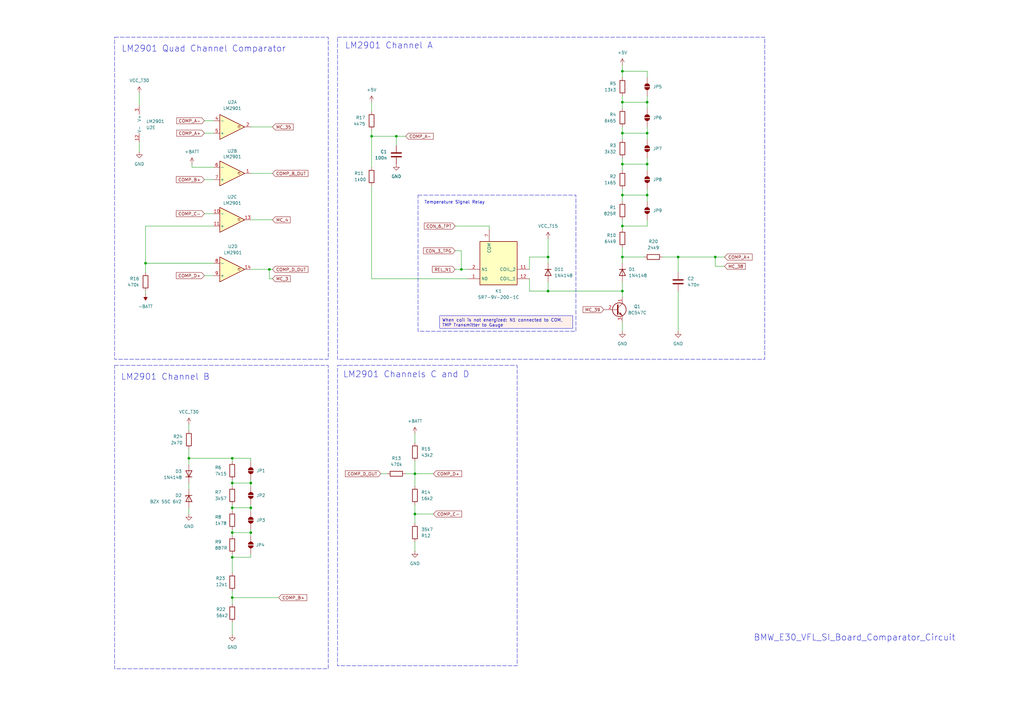
<source format=kicad_sch>
(kicad_sch
	(version 20231120)
	(generator "eeschema")
	(generator_version "8.0")
	(uuid "0cbb49f8-ddf6-4ce7-9126-563b950b0feb")
	(paper "A3")
	(title_block
		(title "BMW E30 Pre-Facelift SI Board")
		(date "2024-06-15")
		(rev "2")
	)
	(lib_symbols
		(symbol "Comparator:LM2901"
			(pin_names
				(offset 0.127)
			)
			(exclude_from_sim no)
			(in_bom yes)
			(on_board yes)
			(property "Reference" "U"
				(at 0 5.08 0)
				(effects
					(font
						(size 1.27 1.27)
					)
					(justify left)
				)
			)
			(property "Value" "LM2901"
				(at 0 -5.08 0)
				(effects
					(font
						(size 1.27 1.27)
					)
					(justify left)
				)
			)
			(property "Footprint" ""
				(at -1.27 2.54 0)
				(effects
					(font
						(size 1.27 1.27)
					)
					(hide yes)
				)
			)
			(property "Datasheet" "https://www.st.com/resource/en/datasheet/lm2901.pdf"
				(at 1.27 5.08 0)
				(effects
					(font
						(size 1.27 1.27)
					)
					(hide yes)
				)
			)
			(property "Description" "Quad Differential Comparators, DIP-14/SOIC-14/TSSOP-14"
				(at 0 0 0)
				(effects
					(font
						(size 1.27 1.27)
					)
					(hide yes)
				)
			)
			(property "ki_locked" ""
				(at 0 0 0)
				(effects
					(font
						(size 1.27 1.27)
					)
				)
			)
			(property "ki_keywords" "cmp open collector"
				(at 0 0 0)
				(effects
					(font
						(size 1.27 1.27)
					)
					(hide yes)
				)
			)
			(property "ki_fp_filters" "SOIC*3.9x8.7mm*P1.27mm* DIP*W7.62mm* TSSOP*4.4x5mm*P0.65mm*"
				(at 0 0 0)
				(effects
					(font
						(size 1.27 1.27)
					)
					(hide yes)
				)
			)
			(symbol "LM2901_1_1"
				(polyline
					(pts
						(xy -5.08 5.08) (xy 5.08 0) (xy -5.08 -5.08) (xy -5.08 5.08)
					)
					(stroke
						(width 0.254)
						(type default)
					)
					(fill
						(type background)
					)
				)
				(polyline
					(pts
						(xy 3.302 -0.508) (xy 2.794 -0.508) (xy 3.302 0) (xy 2.794 0.508) (xy 2.286 0) (xy 2.794 -0.508)
						(xy 2.286 -0.508)
					)
					(stroke
						(width 0.127)
						(type default)
					)
					(fill
						(type none)
					)
				)
				(pin open_collector line
					(at 7.62 0 180)
					(length 2.54)
					(name "~"
						(effects
							(font
								(size 1.27 1.27)
							)
						)
					)
					(number "2"
						(effects
							(font
								(size 1.27 1.27)
							)
						)
					)
				)
				(pin input line
					(at -7.62 -2.54 0)
					(length 2.54)
					(name "-"
						(effects
							(font
								(size 1.27 1.27)
							)
						)
					)
					(number "4"
						(effects
							(font
								(size 1.27 1.27)
							)
						)
					)
				)
				(pin input line
					(at -7.62 2.54 0)
					(length 2.54)
					(name "+"
						(effects
							(font
								(size 1.27 1.27)
							)
						)
					)
					(number "5"
						(effects
							(font
								(size 1.27 1.27)
							)
						)
					)
				)
			)
			(symbol "LM2901_2_1"
				(polyline
					(pts
						(xy -5.08 5.08) (xy 5.08 0) (xy -5.08 -5.08) (xy -5.08 5.08)
					)
					(stroke
						(width 0.254)
						(type default)
					)
					(fill
						(type background)
					)
				)
				(polyline
					(pts
						(xy 3.302 -0.508) (xy 2.794 -0.508) (xy 3.302 0) (xy 2.794 0.508) (xy 2.286 0) (xy 2.794 -0.508)
						(xy 2.286 -0.508)
					)
					(stroke
						(width 0.127)
						(type default)
					)
					(fill
						(type none)
					)
				)
				(pin open_collector line
					(at 7.62 0 180)
					(length 2.54)
					(name "~"
						(effects
							(font
								(size 1.27 1.27)
							)
						)
					)
					(number "1"
						(effects
							(font
								(size 1.27 1.27)
							)
						)
					)
				)
				(pin input line
					(at -7.62 -2.54 0)
					(length 2.54)
					(name "-"
						(effects
							(font
								(size 1.27 1.27)
							)
						)
					)
					(number "6"
						(effects
							(font
								(size 1.27 1.27)
							)
						)
					)
				)
				(pin input line
					(at -7.62 2.54 0)
					(length 2.54)
					(name "+"
						(effects
							(font
								(size 1.27 1.27)
							)
						)
					)
					(number "7"
						(effects
							(font
								(size 1.27 1.27)
							)
						)
					)
				)
			)
			(symbol "LM2901_3_1"
				(polyline
					(pts
						(xy -5.08 5.08) (xy 5.08 0) (xy -5.08 -5.08) (xy -5.08 5.08)
					)
					(stroke
						(width 0.254)
						(type default)
					)
					(fill
						(type background)
					)
				)
				(polyline
					(pts
						(xy 3.302 -0.508) (xy 2.794 -0.508) (xy 3.302 0) (xy 2.794 0.508) (xy 2.286 0) (xy 2.794 -0.508)
						(xy 2.286 -0.508)
					)
					(stroke
						(width 0.127)
						(type default)
					)
					(fill
						(type none)
					)
				)
				(pin input line
					(at -7.62 -2.54 0)
					(length 2.54)
					(name "-"
						(effects
							(font
								(size 1.27 1.27)
							)
						)
					)
					(number "10"
						(effects
							(font
								(size 1.27 1.27)
							)
						)
					)
				)
				(pin input line
					(at -7.62 2.54 0)
					(length 2.54)
					(name "+"
						(effects
							(font
								(size 1.27 1.27)
							)
						)
					)
					(number "11"
						(effects
							(font
								(size 1.27 1.27)
							)
						)
					)
				)
				(pin open_collector line
					(at 7.62 0 180)
					(length 2.54)
					(name "~"
						(effects
							(font
								(size 1.27 1.27)
							)
						)
					)
					(number "13"
						(effects
							(font
								(size 1.27 1.27)
							)
						)
					)
				)
			)
			(symbol "LM2901_4_1"
				(polyline
					(pts
						(xy -5.08 5.08) (xy 5.08 0) (xy -5.08 -5.08) (xy -5.08 5.08)
					)
					(stroke
						(width 0.254)
						(type default)
					)
					(fill
						(type background)
					)
				)
				(polyline
					(pts
						(xy 3.302 -0.508) (xy 2.794 -0.508) (xy 3.302 0) (xy 2.794 0.508) (xy 2.286 0) (xy 2.794 -0.508)
						(xy 2.286 -0.508)
					)
					(stroke
						(width 0.127)
						(type default)
					)
					(fill
						(type none)
					)
				)
				(pin open_collector line
					(at 7.62 0 180)
					(length 2.54)
					(name "~"
						(effects
							(font
								(size 1.27 1.27)
							)
						)
					)
					(number "14"
						(effects
							(font
								(size 1.27 1.27)
							)
						)
					)
				)
				(pin input line
					(at -7.62 -2.54 0)
					(length 2.54)
					(name "-"
						(effects
							(font
								(size 1.27 1.27)
							)
						)
					)
					(number "8"
						(effects
							(font
								(size 1.27 1.27)
							)
						)
					)
				)
				(pin input line
					(at -7.62 2.54 0)
					(length 2.54)
					(name "+"
						(effects
							(font
								(size 1.27 1.27)
							)
						)
					)
					(number "9"
						(effects
							(font
								(size 1.27 1.27)
							)
						)
					)
				)
			)
			(symbol "LM2901_5_1"
				(pin power_in line
					(at -2.54 -7.62 90)
					(length 3.81)
					(name "V-"
						(effects
							(font
								(size 1.27 1.27)
							)
						)
					)
					(number "12"
						(effects
							(font
								(size 1.27 1.27)
							)
						)
					)
				)
				(pin power_in line
					(at -2.54 7.62 270)
					(length 3.81)
					(name "V+"
						(effects
							(font
								(size 1.27 1.27)
							)
						)
					)
					(number "3"
						(effects
							(font
								(size 1.27 1.27)
							)
						)
					)
				)
			)
		)
		(symbol "Device:C"
			(pin_numbers hide)
			(pin_names
				(offset 0.254)
			)
			(exclude_from_sim no)
			(in_bom yes)
			(on_board yes)
			(property "Reference" "C"
				(at 0.635 2.54 0)
				(effects
					(font
						(size 1.27 1.27)
					)
					(justify left)
				)
			)
			(property "Value" "C"
				(at 0.635 -2.54 0)
				(effects
					(font
						(size 1.27 1.27)
					)
					(justify left)
				)
			)
			(property "Footprint" ""
				(at 0.9652 -3.81 0)
				(effects
					(font
						(size 1.27 1.27)
					)
					(hide yes)
				)
			)
			(property "Datasheet" "~"
				(at 0 0 0)
				(effects
					(font
						(size 1.27 1.27)
					)
					(hide yes)
				)
			)
			(property "Description" "Unpolarized capacitor"
				(at 0 0 0)
				(effects
					(font
						(size 1.27 1.27)
					)
					(hide yes)
				)
			)
			(property "ki_keywords" "cap capacitor"
				(at 0 0 0)
				(effects
					(font
						(size 1.27 1.27)
					)
					(hide yes)
				)
			)
			(property "ki_fp_filters" "C_*"
				(at 0 0 0)
				(effects
					(font
						(size 1.27 1.27)
					)
					(hide yes)
				)
			)
			(symbol "C_0_1"
				(polyline
					(pts
						(xy -2.032 -0.762) (xy 2.032 -0.762)
					)
					(stroke
						(width 0.508)
						(type default)
					)
					(fill
						(type none)
					)
				)
				(polyline
					(pts
						(xy -2.032 0.762) (xy 2.032 0.762)
					)
					(stroke
						(width 0.508)
						(type default)
					)
					(fill
						(type none)
					)
				)
			)
			(symbol "C_1_1"
				(pin passive line
					(at 0 3.81 270)
					(length 2.794)
					(name "~"
						(effects
							(font
								(size 1.27 1.27)
							)
						)
					)
					(number "1"
						(effects
							(font
								(size 1.27 1.27)
							)
						)
					)
				)
				(pin passive line
					(at 0 -3.81 90)
					(length 2.794)
					(name "~"
						(effects
							(font
								(size 1.27 1.27)
							)
						)
					)
					(number "2"
						(effects
							(font
								(size 1.27 1.27)
							)
						)
					)
				)
			)
		)
		(symbol "Device:D_Zener"
			(pin_numbers hide)
			(pin_names
				(offset 1.016) hide)
			(exclude_from_sim no)
			(in_bom yes)
			(on_board yes)
			(property "Reference" "D"
				(at 0 2.54 0)
				(effects
					(font
						(size 1.27 1.27)
					)
				)
			)
			(property "Value" "D_Zener"
				(at 0 -2.54 0)
				(effects
					(font
						(size 1.27 1.27)
					)
				)
			)
			(property "Footprint" ""
				(at 0 0 0)
				(effects
					(font
						(size 1.27 1.27)
					)
					(hide yes)
				)
			)
			(property "Datasheet" "~"
				(at 0 0 0)
				(effects
					(font
						(size 1.27 1.27)
					)
					(hide yes)
				)
			)
			(property "Description" "Zener diode"
				(at 0 0 0)
				(effects
					(font
						(size 1.27 1.27)
					)
					(hide yes)
				)
			)
			(property "ki_keywords" "diode"
				(at 0 0 0)
				(effects
					(font
						(size 1.27 1.27)
					)
					(hide yes)
				)
			)
			(property "ki_fp_filters" "TO-???* *_Diode_* *SingleDiode* D_*"
				(at 0 0 0)
				(effects
					(font
						(size 1.27 1.27)
					)
					(hide yes)
				)
			)
			(symbol "D_Zener_0_1"
				(polyline
					(pts
						(xy 1.27 0) (xy -1.27 0)
					)
					(stroke
						(width 0)
						(type default)
					)
					(fill
						(type none)
					)
				)
				(polyline
					(pts
						(xy -1.27 -1.27) (xy -1.27 1.27) (xy -0.762 1.27)
					)
					(stroke
						(width 0.254)
						(type default)
					)
					(fill
						(type none)
					)
				)
				(polyline
					(pts
						(xy 1.27 -1.27) (xy 1.27 1.27) (xy -1.27 0) (xy 1.27 -1.27)
					)
					(stroke
						(width 0.254)
						(type default)
					)
					(fill
						(type none)
					)
				)
			)
			(symbol "D_Zener_1_1"
				(pin passive line
					(at -3.81 0 0)
					(length 2.54)
					(name "K"
						(effects
							(font
								(size 1.27 1.27)
							)
						)
					)
					(number "1"
						(effects
							(font
								(size 1.27 1.27)
							)
						)
					)
				)
				(pin passive line
					(at 3.81 0 180)
					(length 2.54)
					(name "A"
						(effects
							(font
								(size 1.27 1.27)
							)
						)
					)
					(number "2"
						(effects
							(font
								(size 1.27 1.27)
							)
						)
					)
				)
			)
		)
		(symbol "Device:R"
			(pin_numbers hide)
			(pin_names
				(offset 0)
			)
			(exclude_from_sim no)
			(in_bom yes)
			(on_board yes)
			(property "Reference" "R"
				(at 2.032 0 90)
				(effects
					(font
						(size 1.27 1.27)
					)
				)
			)
			(property "Value" "R"
				(at 0 0 90)
				(effects
					(font
						(size 1.27 1.27)
					)
				)
			)
			(property "Footprint" ""
				(at -1.778 0 90)
				(effects
					(font
						(size 1.27 1.27)
					)
					(hide yes)
				)
			)
			(property "Datasheet" "~"
				(at 0 0 0)
				(effects
					(font
						(size 1.27 1.27)
					)
					(hide yes)
				)
			)
			(property "Description" "Resistor"
				(at 0 0 0)
				(effects
					(font
						(size 1.27 1.27)
					)
					(hide yes)
				)
			)
			(property "ki_keywords" "R res resistor"
				(at 0 0 0)
				(effects
					(font
						(size 1.27 1.27)
					)
					(hide yes)
				)
			)
			(property "ki_fp_filters" "R_*"
				(at 0 0 0)
				(effects
					(font
						(size 1.27 1.27)
					)
					(hide yes)
				)
			)
			(symbol "R_0_1"
				(rectangle
					(start -1.016 -2.54)
					(end 1.016 2.54)
					(stroke
						(width 0.254)
						(type default)
					)
					(fill
						(type none)
					)
				)
			)
			(symbol "R_1_1"
				(pin passive line
					(at 0 3.81 270)
					(length 1.27)
					(name "~"
						(effects
							(font
								(size 1.27 1.27)
							)
						)
					)
					(number "1"
						(effects
							(font
								(size 1.27 1.27)
							)
						)
					)
				)
				(pin passive line
					(at 0 -3.81 90)
					(length 1.27)
					(name "~"
						(effects
							(font
								(size 1.27 1.27)
							)
						)
					)
					(number "2"
						(effects
							(font
								(size 1.27 1.27)
							)
						)
					)
				)
			)
		)
		(symbol "Diode:1N4148"
			(pin_numbers hide)
			(pin_names hide)
			(exclude_from_sim no)
			(in_bom yes)
			(on_board yes)
			(property "Reference" "D"
				(at 0 2.54 0)
				(effects
					(font
						(size 1.27 1.27)
					)
				)
			)
			(property "Value" "1N4148"
				(at 0 -2.54 0)
				(effects
					(font
						(size 1.27 1.27)
					)
				)
			)
			(property "Footprint" "Diode_THT:D_DO-35_SOD27_P7.62mm_Horizontal"
				(at 0 0 0)
				(effects
					(font
						(size 1.27 1.27)
					)
					(hide yes)
				)
			)
			(property "Datasheet" "https://assets.nexperia.com/documents/data-sheet/1N4148_1N4448.pdf"
				(at 0 0 0)
				(effects
					(font
						(size 1.27 1.27)
					)
					(hide yes)
				)
			)
			(property "Description" "100V 0.15A standard switching diode, DO-35"
				(at 0 0 0)
				(effects
					(font
						(size 1.27 1.27)
					)
					(hide yes)
				)
			)
			(property "Sim.Device" "D"
				(at 0 0 0)
				(effects
					(font
						(size 1.27 1.27)
					)
					(hide yes)
				)
			)
			(property "Sim.Pins" "1=K 2=A"
				(at 0 0 0)
				(effects
					(font
						(size 1.27 1.27)
					)
					(hide yes)
				)
			)
			(property "ki_keywords" "diode"
				(at 0 0 0)
				(effects
					(font
						(size 1.27 1.27)
					)
					(hide yes)
				)
			)
			(property "ki_fp_filters" "D*DO?35*"
				(at 0 0 0)
				(effects
					(font
						(size 1.27 1.27)
					)
					(hide yes)
				)
			)
			(symbol "1N4148_0_1"
				(polyline
					(pts
						(xy -1.27 1.27) (xy -1.27 -1.27)
					)
					(stroke
						(width 0.254)
						(type default)
					)
					(fill
						(type none)
					)
				)
				(polyline
					(pts
						(xy 1.27 0) (xy -1.27 0)
					)
					(stroke
						(width 0)
						(type default)
					)
					(fill
						(type none)
					)
				)
				(polyline
					(pts
						(xy 1.27 1.27) (xy 1.27 -1.27) (xy -1.27 0) (xy 1.27 1.27)
					)
					(stroke
						(width 0.254)
						(type default)
					)
					(fill
						(type none)
					)
				)
			)
			(symbol "1N4148_1_1"
				(pin passive line
					(at -3.81 0 0)
					(length 2.54)
					(name "K"
						(effects
							(font
								(size 1.27 1.27)
							)
						)
					)
					(number "1"
						(effects
							(font
								(size 1.27 1.27)
							)
						)
					)
				)
				(pin passive line
					(at 3.81 0 180)
					(length 2.54)
					(name "A"
						(effects
							(font
								(size 1.27 1.27)
							)
						)
					)
					(number "2"
						(effects
							(font
								(size 1.27 1.27)
							)
						)
					)
				)
			)
		)
		(symbol "Jumper:SolderJumper_2_Open"
			(pin_numbers hide)
			(pin_names
				(offset 0) hide)
			(exclude_from_sim yes)
			(in_bom no)
			(on_board yes)
			(property "Reference" "JP"
				(at 0 2.032 0)
				(effects
					(font
						(size 1.27 1.27)
					)
				)
			)
			(property "Value" "SolderJumper_2_Open"
				(at 0 -2.54 0)
				(effects
					(font
						(size 1.27 1.27)
					)
				)
			)
			(property "Footprint" ""
				(at 0 0 0)
				(effects
					(font
						(size 1.27 1.27)
					)
					(hide yes)
				)
			)
			(property "Datasheet" "~"
				(at 0 0 0)
				(effects
					(font
						(size 1.27 1.27)
					)
					(hide yes)
				)
			)
			(property "Description" "Solder Jumper, 2-pole, open"
				(at 0 0 0)
				(effects
					(font
						(size 1.27 1.27)
					)
					(hide yes)
				)
			)
			(property "ki_keywords" "solder jumper SPST"
				(at 0 0 0)
				(effects
					(font
						(size 1.27 1.27)
					)
					(hide yes)
				)
			)
			(property "ki_fp_filters" "SolderJumper*Open*"
				(at 0 0 0)
				(effects
					(font
						(size 1.27 1.27)
					)
					(hide yes)
				)
			)
			(symbol "SolderJumper_2_Open_0_1"
				(arc
					(start -0.254 1.016)
					(mid -1.2656 0)
					(end -0.254 -1.016)
					(stroke
						(width 0)
						(type default)
					)
					(fill
						(type none)
					)
				)
				(arc
					(start -0.254 1.016)
					(mid -1.2656 0)
					(end -0.254 -1.016)
					(stroke
						(width 0)
						(type default)
					)
					(fill
						(type outline)
					)
				)
				(polyline
					(pts
						(xy -0.254 1.016) (xy -0.254 -1.016)
					)
					(stroke
						(width 0)
						(type default)
					)
					(fill
						(type none)
					)
				)
				(polyline
					(pts
						(xy 0.254 1.016) (xy 0.254 -1.016)
					)
					(stroke
						(width 0)
						(type default)
					)
					(fill
						(type none)
					)
				)
				(arc
					(start 0.254 -1.016)
					(mid 1.2656 0)
					(end 0.254 1.016)
					(stroke
						(width 0)
						(type default)
					)
					(fill
						(type none)
					)
				)
				(arc
					(start 0.254 -1.016)
					(mid 1.2656 0)
					(end 0.254 1.016)
					(stroke
						(width 0)
						(type default)
					)
					(fill
						(type outline)
					)
				)
			)
			(symbol "SolderJumper_2_Open_1_1"
				(pin passive line
					(at -3.81 0 0)
					(length 2.54)
					(name "A"
						(effects
							(font
								(size 1.27 1.27)
							)
						)
					)
					(number "1"
						(effects
							(font
								(size 1.27 1.27)
							)
						)
					)
				)
				(pin passive line
					(at 3.81 0 180)
					(length 2.54)
					(name "B"
						(effects
							(font
								(size 1.27 1.27)
							)
						)
					)
					(number "2"
						(effects
							(font
								(size 1.27 1.27)
							)
						)
					)
				)
			)
		)
		(symbol "My_custom_symbols:SR7-9V-200-1C"
			(exclude_from_sim no)
			(in_bom yes)
			(on_board yes)
			(property "Reference" "K1"
				(at 2.54 0 90)
				(effects
					(font
						(size 1.27 1.27)
					)
				)
			)
			(property "Value" "SR7-9V-200-1C"
				(at 0 0 90)
				(effects
					(font
						(size 1.27 1.27)
					)
				)
			)
			(property "Footprint" "Footprint_Library_Custom:SR79V2001C"
				(at 24.13 -94.92 0)
				(effects
					(font
						(size 1.27 1.27)
					)
					(justify left top)
					(hide yes)
				)
			)
			(property "Datasheet" "https://www.cuidevices.com/product/resource/sr7.pdf"
				(at 24.13 -194.92 0)
				(effects
					(font
						(size 1.27 1.27)
					)
					(justify left top)
					(hide yes)
				)
			)
			(property "Description" "Low Signal Relays - PCB 15.6 x 10.6 x 11.8 mm, 9 V, 1 A, SPDT (1 Form C), Signal Relay"
				(at 4.826 11.176 0)
				(effects
					(font
						(size 1.27 1.27)
					)
					(hide yes)
				)
			)
			(property "Height" "12.1"
				(at 24.13 -394.92 0)
				(effects
					(font
						(size 1.27 1.27)
					)
					(justify left top)
					(hide yes)
				)
			)
			(property "Mouser Part Number" "179-SR7-9V-200-1C"
				(at 24.13 -494.92 0)
				(effects
					(font
						(size 1.27 1.27)
					)
					(justify left top)
					(hide yes)
				)
			)
			(property "Mouser Price/Stock" "https://www.mouser.co.uk/ProductDetail/CUI-Devices/SR7-9V-200-1C?qs=4ASt3YYao0VEL%2FXohaEA9A%3D%3D"
				(at 24.13 -594.92 0)
				(effects
					(font
						(size 1.27 1.27)
					)
					(justify left top)
					(hide yes)
				)
			)
			(property "Manufacturer_Name" "CUI Devices"
				(at 24.13 -694.92 0)
				(effects
					(font
						(size 1.27 1.27)
					)
					(justify left top)
					(hide yes)
				)
			)
			(property "Manufacturer_Part_Number" "SR7-9V-200-1C"
				(at 24.13 -794.92 0)
				(effects
					(font
						(size 1.27 1.27)
					)
					(justify left top)
					(hide yes)
				)
			)
			(symbol "SR7-9V-200-1C_1_1"
				(rectangle
					(start 5.08 7.62)
					(end 22.86 -7.62)
					(stroke
						(width 0.254)
						(type default)
					)
					(fill
						(type background)
					)
				)
				(pin passive line
					(at 7.62 12.7 270)
					(length 5.08)
					(name "N0"
						(effects
							(font
								(size 1.27 1.27)
							)
						)
					)
					(number "1"
						(effects
							(font
								(size 1.27 1.27)
							)
						)
					)
				)
				(pin passive line
					(at 11.43 -12.7 90)
					(length 5.08)
					(name "COIL_2"
						(effects
							(font
								(size 1.27 1.27)
							)
						)
					)
					(number "11"
						(effects
							(font
								(size 1.27 1.27)
							)
						)
					)
				)
				(pin passive line
					(at 7.62 -12.7 90)
					(length 5.08)
					(name "COIL_1"
						(effects
							(font
								(size 1.27 1.27)
							)
						)
					)
					(number "12"
						(effects
							(font
								(size 1.27 1.27)
							)
						)
					)
				)
				(pin passive line
					(at 11.43 12.7 270)
					(length 5.08)
					(name "N1"
						(effects
							(font
								(size 1.27 1.27)
							)
						)
					)
					(number "2"
						(effects
							(font
								(size 1.27 1.27)
							)
						)
					)
				)
				(pin passive line
					(at 27.94 3.81 180)
					(length 5.08)
					(name "COM"
						(effects
							(font
								(size 1.27 1.27)
							)
						)
					)
					(number "7"
						(effects
							(font
								(size 1.27 1.27)
							)
						)
					)
				)
			)
		)
		(symbol "Transistor_BJT:BC547"
			(pin_names
				(offset 0) hide)
			(exclude_from_sim no)
			(in_bom yes)
			(on_board yes)
			(property "Reference" "Q"
				(at 5.08 1.905 0)
				(effects
					(font
						(size 1.27 1.27)
					)
					(justify left)
				)
			)
			(property "Value" "BC547"
				(at 5.08 0 0)
				(effects
					(font
						(size 1.27 1.27)
					)
					(justify left)
				)
			)
			(property "Footprint" "Package_TO_SOT_THT:TO-92_Inline"
				(at 5.08 -1.905 0)
				(effects
					(font
						(size 1.27 1.27)
						(italic yes)
					)
					(justify left)
					(hide yes)
				)
			)
			(property "Datasheet" "https://www.onsemi.com/pub/Collateral/BC550-D.pdf"
				(at 0 0 0)
				(effects
					(font
						(size 1.27 1.27)
					)
					(justify left)
					(hide yes)
				)
			)
			(property "Description" "0.1A Ic, 45V Vce, Small Signal NPN Transistor, TO-92"
				(at 0 0 0)
				(effects
					(font
						(size 1.27 1.27)
					)
					(hide yes)
				)
			)
			(property "ki_keywords" "NPN Transistor"
				(at 0 0 0)
				(effects
					(font
						(size 1.27 1.27)
					)
					(hide yes)
				)
			)
			(property "ki_fp_filters" "TO?92*"
				(at 0 0 0)
				(effects
					(font
						(size 1.27 1.27)
					)
					(hide yes)
				)
			)
			(symbol "BC547_0_1"
				(polyline
					(pts
						(xy 0 0) (xy 0.635 0)
					)
					(stroke
						(width 0)
						(type default)
					)
					(fill
						(type none)
					)
				)
				(polyline
					(pts
						(xy 0.635 0.635) (xy 2.54 2.54)
					)
					(stroke
						(width 0)
						(type default)
					)
					(fill
						(type none)
					)
				)
				(polyline
					(pts
						(xy 0.635 -0.635) (xy 2.54 -2.54) (xy 2.54 -2.54)
					)
					(stroke
						(width 0)
						(type default)
					)
					(fill
						(type none)
					)
				)
				(polyline
					(pts
						(xy 0.635 1.905) (xy 0.635 -1.905) (xy 0.635 -1.905)
					)
					(stroke
						(width 0.508)
						(type default)
					)
					(fill
						(type none)
					)
				)
				(polyline
					(pts
						(xy 1.27 -1.778) (xy 1.778 -1.27) (xy 2.286 -2.286) (xy 1.27 -1.778) (xy 1.27 -1.778)
					)
					(stroke
						(width 0)
						(type default)
					)
					(fill
						(type outline)
					)
				)
				(circle
					(center 1.27 0)
					(radius 2.8194)
					(stroke
						(width 0.254)
						(type default)
					)
					(fill
						(type none)
					)
				)
			)
			(symbol "BC547_1_1"
				(pin passive line
					(at 2.54 5.08 270)
					(length 2.54)
					(name "C"
						(effects
							(font
								(size 1.27 1.27)
							)
						)
					)
					(number "1"
						(effects
							(font
								(size 1.27 1.27)
							)
						)
					)
				)
				(pin input line
					(at -5.08 0 0)
					(length 5.08)
					(name "B"
						(effects
							(font
								(size 1.27 1.27)
							)
						)
					)
					(number "2"
						(effects
							(font
								(size 1.27 1.27)
							)
						)
					)
				)
				(pin passive line
					(at 2.54 -5.08 90)
					(length 2.54)
					(name "E"
						(effects
							(font
								(size 1.27 1.27)
							)
						)
					)
					(number "3"
						(effects
							(font
								(size 1.27 1.27)
							)
						)
					)
				)
			)
		)
		(symbol "power:+5V"
			(power)
			(pin_numbers hide)
			(pin_names
				(offset 0) hide)
			(exclude_from_sim no)
			(in_bom yes)
			(on_board yes)
			(property "Reference" "#PWR"
				(at 0 -3.81 0)
				(effects
					(font
						(size 1.27 1.27)
					)
					(hide yes)
				)
			)
			(property "Value" "+5V"
				(at 0 3.556 0)
				(effects
					(font
						(size 1.27 1.27)
					)
				)
			)
			(property "Footprint" ""
				(at 0 0 0)
				(effects
					(font
						(size 1.27 1.27)
					)
					(hide yes)
				)
			)
			(property "Datasheet" ""
				(at 0 0 0)
				(effects
					(font
						(size 1.27 1.27)
					)
					(hide yes)
				)
			)
			(property "Description" "Power symbol creates a global label with name \"+5V\""
				(at 0 0 0)
				(effects
					(font
						(size 1.27 1.27)
					)
					(hide yes)
				)
			)
			(property "ki_keywords" "global power"
				(at 0 0 0)
				(effects
					(font
						(size 1.27 1.27)
					)
					(hide yes)
				)
			)
			(symbol "+5V_0_1"
				(polyline
					(pts
						(xy -0.762 1.27) (xy 0 2.54)
					)
					(stroke
						(width 0)
						(type default)
					)
					(fill
						(type none)
					)
				)
				(polyline
					(pts
						(xy 0 0) (xy 0 2.54)
					)
					(stroke
						(width 0)
						(type default)
					)
					(fill
						(type none)
					)
				)
				(polyline
					(pts
						(xy 0 2.54) (xy 0.762 1.27)
					)
					(stroke
						(width 0)
						(type default)
					)
					(fill
						(type none)
					)
				)
			)
			(symbol "+5V_1_1"
				(pin power_in line
					(at 0 0 90)
					(length 0)
					(name "~"
						(effects
							(font
								(size 1.27 1.27)
							)
						)
					)
					(number "1"
						(effects
							(font
								(size 1.27 1.27)
							)
						)
					)
				)
			)
		)
		(symbol "power:+BATT"
			(power)
			(pin_numbers hide)
			(pin_names
				(offset 0) hide)
			(exclude_from_sim no)
			(in_bom yes)
			(on_board yes)
			(property "Reference" "#PWR"
				(at 0 -3.81 0)
				(effects
					(font
						(size 1.27 1.27)
					)
					(hide yes)
				)
			)
			(property "Value" "+BATT"
				(at 0 3.556 0)
				(effects
					(font
						(size 1.27 1.27)
					)
				)
			)
			(property "Footprint" ""
				(at 0 0 0)
				(effects
					(font
						(size 1.27 1.27)
					)
					(hide yes)
				)
			)
			(property "Datasheet" ""
				(at 0 0 0)
				(effects
					(font
						(size 1.27 1.27)
					)
					(hide yes)
				)
			)
			(property "Description" "Power symbol creates a global label with name \"+BATT\""
				(at 0 0 0)
				(effects
					(font
						(size 1.27 1.27)
					)
					(hide yes)
				)
			)
			(property "ki_keywords" "global power battery"
				(at 0 0 0)
				(effects
					(font
						(size 1.27 1.27)
					)
					(hide yes)
				)
			)
			(symbol "+BATT_0_1"
				(polyline
					(pts
						(xy -0.762 1.27) (xy 0 2.54)
					)
					(stroke
						(width 0)
						(type default)
					)
					(fill
						(type none)
					)
				)
				(polyline
					(pts
						(xy 0 0) (xy 0 2.54)
					)
					(stroke
						(width 0)
						(type default)
					)
					(fill
						(type none)
					)
				)
				(polyline
					(pts
						(xy 0 2.54) (xy 0.762 1.27)
					)
					(stroke
						(width 0)
						(type default)
					)
					(fill
						(type none)
					)
				)
			)
			(symbol "+BATT_1_1"
				(pin power_in line
					(at 0 0 90)
					(length 0)
					(name "~"
						(effects
							(font
								(size 1.27 1.27)
							)
						)
					)
					(number "1"
						(effects
							(font
								(size 1.27 1.27)
							)
						)
					)
				)
			)
		)
		(symbol "power:-BATT"
			(power)
			(pin_numbers hide)
			(pin_names
				(offset 0) hide)
			(exclude_from_sim no)
			(in_bom yes)
			(on_board yes)
			(property "Reference" "#PWR"
				(at 0 -3.81 0)
				(effects
					(font
						(size 1.27 1.27)
					)
					(hide yes)
				)
			)
			(property "Value" "-BATT"
				(at 0 3.556 0)
				(effects
					(font
						(size 1.27 1.27)
					)
				)
			)
			(property "Footprint" ""
				(at 0 0 0)
				(effects
					(font
						(size 1.27 1.27)
					)
					(hide yes)
				)
			)
			(property "Datasheet" ""
				(at 0 0 0)
				(effects
					(font
						(size 1.27 1.27)
					)
					(hide yes)
				)
			)
			(property "Description" "Power symbol creates a global label with name \"-BATT\""
				(at 0 0 0)
				(effects
					(font
						(size 1.27 1.27)
					)
					(hide yes)
				)
			)
			(property "ki_keywords" "global power battery"
				(at 0 0 0)
				(effects
					(font
						(size 1.27 1.27)
					)
					(hide yes)
				)
			)
			(symbol "-BATT_0_1"
				(polyline
					(pts
						(xy 0 0) (xy 0 2.54)
					)
					(stroke
						(width 0)
						(type default)
					)
					(fill
						(type none)
					)
				)
				(polyline
					(pts
						(xy 0.762 1.27) (xy -0.762 1.27) (xy 0 2.54) (xy 0.762 1.27)
					)
					(stroke
						(width 0)
						(type default)
					)
					(fill
						(type outline)
					)
				)
			)
			(symbol "-BATT_1_1"
				(pin power_in line
					(at 0 0 90)
					(length 0)
					(name "~"
						(effects
							(font
								(size 1.27 1.27)
							)
						)
					)
					(number "1"
						(effects
							(font
								(size 1.27 1.27)
							)
						)
					)
				)
			)
		)
		(symbol "power:GND"
			(power)
			(pin_numbers hide)
			(pin_names
				(offset 0) hide)
			(exclude_from_sim no)
			(in_bom yes)
			(on_board yes)
			(property "Reference" "#PWR"
				(at 0 -6.35 0)
				(effects
					(font
						(size 1.27 1.27)
					)
					(hide yes)
				)
			)
			(property "Value" "GND"
				(at 0 -3.81 0)
				(effects
					(font
						(size 1.27 1.27)
					)
				)
			)
			(property "Footprint" ""
				(at 0 0 0)
				(effects
					(font
						(size 1.27 1.27)
					)
					(hide yes)
				)
			)
			(property "Datasheet" ""
				(at 0 0 0)
				(effects
					(font
						(size 1.27 1.27)
					)
					(hide yes)
				)
			)
			(property "Description" "Power symbol creates a global label with name \"GND\" , ground"
				(at 0 0 0)
				(effects
					(font
						(size 1.27 1.27)
					)
					(hide yes)
				)
			)
			(property "ki_keywords" "global power"
				(at 0 0 0)
				(effects
					(font
						(size 1.27 1.27)
					)
					(hide yes)
				)
			)
			(symbol "GND_0_1"
				(polyline
					(pts
						(xy 0 0) (xy 0 -1.27) (xy 1.27 -1.27) (xy 0 -2.54) (xy -1.27 -1.27) (xy 0 -1.27)
					)
					(stroke
						(width 0)
						(type default)
					)
					(fill
						(type none)
					)
				)
			)
			(symbol "GND_1_1"
				(pin power_in line
					(at 0 0 270)
					(length 0)
					(name "~"
						(effects
							(font
								(size 1.27 1.27)
							)
						)
					)
					(number "1"
						(effects
							(font
								(size 1.27 1.27)
							)
						)
					)
				)
			)
		)
		(symbol "power:VCC"
			(power)
			(pin_numbers hide)
			(pin_names
				(offset 0) hide)
			(exclude_from_sim no)
			(in_bom yes)
			(on_board yes)
			(property "Reference" "#PWR"
				(at 0 -3.81 0)
				(effects
					(font
						(size 1.27 1.27)
					)
					(hide yes)
				)
			)
			(property "Value" "VCC"
				(at 0 3.556 0)
				(effects
					(font
						(size 1.27 1.27)
					)
				)
			)
			(property "Footprint" ""
				(at 0 0 0)
				(effects
					(font
						(size 1.27 1.27)
					)
					(hide yes)
				)
			)
			(property "Datasheet" ""
				(at 0 0 0)
				(effects
					(font
						(size 1.27 1.27)
					)
					(hide yes)
				)
			)
			(property "Description" "Power symbol creates a global label with name \"VCC\""
				(at 0 0 0)
				(effects
					(font
						(size 1.27 1.27)
					)
					(hide yes)
				)
			)
			(property "ki_keywords" "global power"
				(at 0 0 0)
				(effects
					(font
						(size 1.27 1.27)
					)
					(hide yes)
				)
			)
			(symbol "VCC_0_1"
				(polyline
					(pts
						(xy -0.762 1.27) (xy 0 2.54)
					)
					(stroke
						(width 0)
						(type default)
					)
					(fill
						(type none)
					)
				)
				(polyline
					(pts
						(xy 0 0) (xy 0 2.54)
					)
					(stroke
						(width 0)
						(type default)
					)
					(fill
						(type none)
					)
				)
				(polyline
					(pts
						(xy 0 2.54) (xy 0.762 1.27)
					)
					(stroke
						(width 0)
						(type default)
					)
					(fill
						(type none)
					)
				)
			)
			(symbol "VCC_1_1"
				(pin power_in line
					(at 0 0 90)
					(length 0)
					(name "~"
						(effects
							(font
								(size 1.27 1.27)
							)
						)
					)
					(number "1"
						(effects
							(font
								(size 1.27 1.27)
							)
						)
					)
				)
			)
		)
	)
	(junction
		(at 265.43 67.31)
		(diameter 0)
		(color 0 0 0 0)
		(uuid "0aec29d8-f3bd-4976-a728-530c8545a35b")
	)
	(junction
		(at 265.43 54.61)
		(diameter 0)
		(color 0 0 0 0)
		(uuid "21d543e8-11b5-4612-93a8-50308d541db5")
	)
	(junction
		(at 95.25 228.6)
		(diameter 0)
		(color 0 0 0 0)
		(uuid "22bd9e93-9b80-41c8-b1d2-06a39b9ffbd2")
	)
	(junction
		(at 170.18 210.82)
		(diameter 0)
		(color 0 0 0 0)
		(uuid "2670bb1f-b557-4724-88f7-725dc2243a08")
	)
	(junction
		(at 265.43 80.01)
		(diameter 0)
		(color 0 0 0 0)
		(uuid "281c2720-39ec-4b17-a007-3bc1e5fd8bf9")
	)
	(junction
		(at 255.27 80.01)
		(diameter 0)
		(color 0 0 0 0)
		(uuid "2bdbd29a-8007-4f84-8629-964294cb452d")
	)
	(junction
		(at 95.25 245.11)
		(diameter 0)
		(color 0 0 0 0)
		(uuid "2dc22fe6-5ce7-4aa4-9ad5-7a1b22935411")
	)
	(junction
		(at 102.87 208.28)
		(diameter 0)
		(color 0 0 0 0)
		(uuid "347a9c97-e224-4ab2-a2a7-8955e8974484")
	)
	(junction
		(at 224.79 119.38)
		(diameter 0)
		(color 0 0 0 0)
		(uuid "397bcbfb-b786-4fe9-acce-2327b8bc6db8")
	)
	(junction
		(at 95.25 208.28)
		(diameter 0)
		(color 0 0 0 0)
		(uuid "3a9bbe4c-958d-4efa-8dab-6f4438e973e9")
	)
	(junction
		(at 255.27 67.31)
		(diameter 0)
		(color 0 0 0 0)
		(uuid "4496239a-e757-4f6f-bb1a-6bd8bb9fe506")
	)
	(junction
		(at 255.27 92.71)
		(diameter 0)
		(color 0 0 0 0)
		(uuid "4f1d3627-af43-4063-bd45-ed0c15a0a241")
	)
	(junction
		(at 152.4 55.88)
		(diameter 0)
		(color 0 0 0 0)
		(uuid "53789a37-c558-4d0d-8692-61d17bfd442d")
	)
	(junction
		(at 110.49 110.49)
		(diameter 0)
		(color 0 0 0 0)
		(uuid "53f61bed-8071-4de8-b2bb-15a96fd093df")
	)
	(junction
		(at 278.13 105.41)
		(diameter 0)
		(color 0 0 0 0)
		(uuid "5ae5bae7-1b03-48c1-a2f3-ca90304fe752")
	)
	(junction
		(at 293.37 105.41)
		(diameter 0)
		(color 0 0 0 0)
		(uuid "5e9a6156-69a7-4fdd-8d6d-88e5d1af31a0")
	)
	(junction
		(at 95.25 198.12)
		(diameter 0)
		(color 0 0 0 0)
		(uuid "6b080172-470b-4aa0-83ec-08d2707ab05f")
	)
	(junction
		(at 102.87 198.12)
		(diameter 0)
		(color 0 0 0 0)
		(uuid "78047789-9e72-4006-b3a7-1061ff8022b1")
	)
	(junction
		(at 95.25 218.44)
		(diameter 0)
		(color 0 0 0 0)
		(uuid "7a3fd151-7350-47b7-8347-a40150797a5d")
	)
	(junction
		(at 255.27 41.91)
		(diameter 0)
		(color 0 0 0 0)
		(uuid "7bdf9347-c923-4531-a9a1-6f0d804b3a0c")
	)
	(junction
		(at 255.27 54.61)
		(diameter 0)
		(color 0 0 0 0)
		(uuid "80be96c1-5a27-42c2-941e-1582d1ea453d")
	)
	(junction
		(at 255.27 105.41)
		(diameter 0)
		(color 0 0 0 0)
		(uuid "843654d5-dbc8-497c-9f27-7b2f9b7c6f9e")
	)
	(junction
		(at 59.69 107.95)
		(diameter 0)
		(color 0 0 0 0)
		(uuid "8593051d-1ac7-4a6c-ba74-f955bd2055b3")
	)
	(junction
		(at 170.18 194.31)
		(diameter 0)
		(color 0 0 0 0)
		(uuid "8dadc1ec-370b-4ca1-911e-9cef515398e1")
	)
	(junction
		(at 162.56 55.88)
		(diameter 0)
		(color 0 0 0 0)
		(uuid "9e41b9ef-3388-4670-9afe-b640b789c9b9")
	)
	(junction
		(at 255.27 29.21)
		(diameter 0)
		(color 0 0 0 0)
		(uuid "a03f45b2-874d-44e7-a870-b7df34c267fc")
	)
	(junction
		(at 102.87 218.44)
		(diameter 0)
		(color 0 0 0 0)
		(uuid "d8fced7f-ab01-4108-8416-a281daecd1d0")
	)
	(junction
		(at 189.23 110.49)
		(diameter 0)
		(color 0 0 0 0)
		(uuid "dba18cb9-f0a5-4a7c-8510-a64740c8e429")
	)
	(junction
		(at 77.47 187.96)
		(diameter 0)
		(color 0 0 0 0)
		(uuid "e4ac389d-83e3-4f90-998c-0023c6e71a23")
	)
	(junction
		(at 265.43 41.91)
		(diameter 0)
		(color 0 0 0 0)
		(uuid "e80898e9-0a2c-43c8-bde5-5c3c47f2bb93")
	)
	(junction
		(at 255.27 119.38)
		(diameter 0)
		(color 0 0 0 0)
		(uuid "e9351d22-605c-41e1-bd18-c9111c8dc1b8")
	)
	(junction
		(at 224.79 105.41)
		(diameter 0)
		(color 0 0 0 0)
		(uuid "efb8c242-988a-4046-bc65-8f56570a15b4")
	)
	(junction
		(at 95.25 187.96)
		(diameter 0)
		(color 0 0 0 0)
		(uuid "f9c20eb6-d175-4ce9-8887-2befb7dd7526")
	)
	(wire
		(pts
			(xy 255.27 119.38) (xy 255.27 121.92)
		)
		(stroke
			(width 0)
			(type default)
		)
		(uuid "031132ba-778d-44fa-b0dd-151e3de89841")
	)
	(wire
		(pts
			(xy 59.69 111.76) (xy 59.69 107.95)
		)
		(stroke
			(width 0)
			(type default)
		)
		(uuid "04cd184b-81ab-4fdd-a501-3ae19b8c61ba")
	)
	(wire
		(pts
			(xy 255.27 92.71) (xy 255.27 93.98)
		)
		(stroke
			(width 0)
			(type default)
		)
		(uuid "06d9a810-8695-4643-9bc8-34d53c550dff")
	)
	(wire
		(pts
			(xy 278.13 105.41) (xy 278.13 111.76)
		)
		(stroke
			(width 0)
			(type default)
		)
		(uuid "08f1eab0-8541-4806-ab0e-eed71d06c50f")
	)
	(wire
		(pts
			(xy 293.37 109.22) (xy 297.18 109.22)
		)
		(stroke
			(width 0)
			(type default)
		)
		(uuid "0ab178d3-692a-429e-995f-f5c5669e8f2c")
	)
	(wire
		(pts
			(xy 87.63 54.61) (xy 83.82 54.61)
		)
		(stroke
			(width 0)
			(type default)
		)
		(uuid "0b203a6d-9faa-42b9-bc35-6e5e39fae8cd")
	)
	(wire
		(pts
			(xy 57.15 62.23) (xy 57.15 58.42)
		)
		(stroke
			(width 0)
			(type default)
		)
		(uuid "0fa56200-a6d9-4322-864b-8b47af01bd1b")
	)
	(wire
		(pts
			(xy 59.69 120.65) (xy 59.69 119.38)
		)
		(stroke
			(width 0)
			(type default)
		)
		(uuid "1046cfa6-12b7-404d-8843-39b76838c175")
	)
	(wire
		(pts
			(xy 152.4 53.34) (xy 152.4 55.88)
		)
		(stroke
			(width 0)
			(type default)
		)
		(uuid "116568f8-1223-4f96-86f3-58e0d2df9143")
	)
	(wire
		(pts
			(xy 152.4 41.91) (xy 152.4 45.72)
		)
		(stroke
			(width 0)
			(type default)
		)
		(uuid "11988cc1-5d57-4467-8ebd-5deb2b75494e")
	)
	(wire
		(pts
			(xy 265.43 77.47) (xy 265.43 80.01)
		)
		(stroke
			(width 0)
			(type default)
		)
		(uuid "148ed391-135a-4562-b4ac-1a0fc2b66c66")
	)
	(wire
		(pts
			(xy 95.25 245.11) (xy 114.3 245.11)
		)
		(stroke
			(width 0)
			(type default)
		)
		(uuid "1c0c8806-7b7e-40e4-a8a1-cd4fd47451da")
	)
	(wire
		(pts
			(xy 102.87 218.44) (xy 95.25 218.44)
		)
		(stroke
			(width 0)
			(type default)
		)
		(uuid "1fa2c4ca-62fd-4ce4-8b33-2b858bbe577d")
	)
	(wire
		(pts
			(xy 189.23 102.87) (xy 189.23 110.49)
		)
		(stroke
			(width 0)
			(type default)
		)
		(uuid "22e32238-cb95-4fad-b3d5-27b0f198f795")
	)
	(wire
		(pts
			(xy 255.27 44.45) (xy 255.27 41.91)
		)
		(stroke
			(width 0)
			(type default)
		)
		(uuid "2442a3c7-471b-4663-ab52-105be2942541")
	)
	(wire
		(pts
			(xy 200.66 92.71) (xy 200.66 93.98)
		)
		(stroke
			(width 0)
			(type default)
		)
		(uuid "2c16cd03-d683-43d5-af8b-f7fa19d329cc")
	)
	(wire
		(pts
			(xy 271.78 105.41) (xy 278.13 105.41)
		)
		(stroke
			(width 0)
			(type default)
		)
		(uuid "2cf167a4-b80e-4c80-bc11-df152fa20604")
	)
	(wire
		(pts
			(xy 102.87 90.17) (xy 111.76 90.17)
		)
		(stroke
			(width 0)
			(type default)
		)
		(uuid "302bfc79-f2e6-484a-9662-622b3c2f0752")
	)
	(wire
		(pts
			(xy 278.13 119.38) (xy 278.13 135.89)
		)
		(stroke
			(width 0)
			(type default)
		)
		(uuid "309573bb-6417-4f74-8584-804e65e2b919")
	)
	(wire
		(pts
			(xy 265.43 80.01) (xy 265.43 82.55)
		)
		(stroke
			(width 0)
			(type default)
		)
		(uuid "30b0b27d-5b3a-4a06-b04a-44edca6964f6")
	)
	(wire
		(pts
			(xy 255.27 39.37) (xy 255.27 41.91)
		)
		(stroke
			(width 0)
			(type default)
		)
		(uuid "30e6f523-7813-4eb7-a218-3405df659574")
	)
	(wire
		(pts
			(xy 102.87 198.12) (xy 102.87 196.85)
		)
		(stroke
			(width 0)
			(type default)
		)
		(uuid "32a598aa-053b-463d-ba12-900ca2680eb4")
	)
	(wire
		(pts
			(xy 110.49 110.49) (xy 102.87 110.49)
		)
		(stroke
			(width 0)
			(type default)
		)
		(uuid "375bd247-7b3a-41a7-b5a3-8eb9b77c731d")
	)
	(wire
		(pts
			(xy 265.43 31.75) (xy 265.43 29.21)
		)
		(stroke
			(width 0)
			(type default)
		)
		(uuid "3a4ac41b-3332-4cbb-bc4a-33bf4ff67ba4")
	)
	(wire
		(pts
			(xy 95.25 196.85) (xy 95.25 198.12)
		)
		(stroke
			(width 0)
			(type default)
		)
		(uuid "3ba6dac2-22ff-4ec6-9d0a-4c0ec8221d44")
	)
	(wire
		(pts
			(xy 59.69 107.95) (xy 87.63 107.95)
		)
		(stroke
			(width 0)
			(type default)
		)
		(uuid "3c29a961-443b-4e48-a4f9-5dc90d0ea182")
	)
	(wire
		(pts
			(xy 224.79 105.41) (xy 224.79 107.95)
		)
		(stroke
			(width 0)
			(type default)
		)
		(uuid "3e5f1150-2cfc-49d2-8066-acda277a5dda")
	)
	(wire
		(pts
			(xy 265.43 67.31) (xy 265.43 69.85)
		)
		(stroke
			(width 0)
			(type default)
		)
		(uuid "3f941c55-ce5b-4cfa-81a3-b7a9373bd984")
	)
	(wire
		(pts
			(xy 255.27 77.47) (xy 255.27 80.01)
		)
		(stroke
			(width 0)
			(type default)
		)
		(uuid "41c87fb8-b231-448c-9566-b7813471b5ca")
	)
	(wire
		(pts
			(xy 95.25 208.28) (xy 95.25 207.01)
		)
		(stroke
			(width 0)
			(type default)
		)
		(uuid "453adcdf-db02-40be-b6cd-23a8c2f27a51")
	)
	(wire
		(pts
			(xy 255.27 64.77) (xy 255.27 67.31)
		)
		(stroke
			(width 0)
			(type default)
		)
		(uuid "460ab0dc-dee5-4329-8cb4-5ca6c970df6f")
	)
	(wire
		(pts
			(xy 170.18 177.8) (xy 170.18 181.61)
		)
		(stroke
			(width 0)
			(type default)
		)
		(uuid "4a28e4fd-0e67-4033-a380-0001dd64b167")
	)
	(wire
		(pts
			(xy 217.17 105.41) (xy 217.17 110.49)
		)
		(stroke
			(width 0)
			(type default)
		)
		(uuid "4ab10fa9-6ac2-4fbe-95e1-40cb4b96e750")
	)
	(wire
		(pts
			(xy 217.17 114.3) (xy 217.17 119.38)
		)
		(stroke
			(width 0)
			(type default)
		)
		(uuid "4dcb4b1f-ff5f-44b4-abf1-b1c6f0e29ea5")
	)
	(wire
		(pts
			(xy 255.27 80.01) (xy 255.27 82.55)
		)
		(stroke
			(width 0)
			(type default)
		)
		(uuid "4ed3ea23-28b5-4b93-aa34-512eee411b35")
	)
	(wire
		(pts
			(xy 265.43 64.77) (xy 265.43 67.31)
		)
		(stroke
			(width 0)
			(type default)
		)
		(uuid "5532170b-f7ef-4503-82e1-f09dc7ec90e7")
	)
	(wire
		(pts
			(xy 162.56 55.88) (xy 162.56 59.69)
		)
		(stroke
			(width 0)
			(type default)
		)
		(uuid "567bb0b8-b193-4817-8646-0eff6baeb87b")
	)
	(wire
		(pts
			(xy 102.87 71.12) (xy 111.76 71.12)
		)
		(stroke
			(width 0)
			(type default)
		)
		(uuid "57252063-e826-4de6-b248-026935d7ca52")
	)
	(wire
		(pts
			(xy 224.79 115.57) (xy 224.79 119.38)
		)
		(stroke
			(width 0)
			(type default)
		)
		(uuid "5a6bae16-15b8-4fb4-b5b1-e007101385b9")
	)
	(wire
		(pts
			(xy 255.27 57.15) (xy 255.27 54.61)
		)
		(stroke
			(width 0)
			(type default)
		)
		(uuid "5bbead46-5280-4a66-840f-aa9143b05f5f")
	)
	(wire
		(pts
			(xy 217.17 105.41) (xy 224.79 105.41)
		)
		(stroke
			(width 0)
			(type default)
		)
		(uuid "5c6731ef-6562-4251-b2a4-6e62dcca0ba5")
	)
	(wire
		(pts
			(xy 102.87 217.17) (xy 102.87 218.44)
		)
		(stroke
			(width 0)
			(type default)
		)
		(uuid "5ecacd81-28ae-4f59-b83a-ad0bd84dec3b")
	)
	(wire
		(pts
			(xy 278.13 105.41) (xy 293.37 105.41)
		)
		(stroke
			(width 0)
			(type default)
		)
		(uuid "5f3ef210-b5f9-4d59-8ae1-143d35ed7f19")
	)
	(wire
		(pts
			(xy 265.43 54.61) (xy 255.27 54.61)
		)
		(stroke
			(width 0)
			(type default)
		)
		(uuid "5fe50591-cfd6-49c0-b01f-d4cde026c08e")
	)
	(wire
		(pts
			(xy 186.69 102.87) (xy 189.23 102.87)
		)
		(stroke
			(width 0)
			(type default)
		)
		(uuid "5fe77bef-625c-4815-9854-836b8ac9647d")
	)
	(wire
		(pts
			(xy 95.25 209.55) (xy 95.25 208.28)
		)
		(stroke
			(width 0)
			(type default)
		)
		(uuid "60a5904c-a198-486a-8edd-b1af72ea3e38")
	)
	(wire
		(pts
			(xy 265.43 67.31) (xy 255.27 67.31)
		)
		(stroke
			(width 0)
			(type default)
		)
		(uuid "60d3e588-85f7-4532-8e1d-0e79c9c363af")
	)
	(wire
		(pts
			(xy 95.25 245.11) (xy 95.25 247.65)
		)
		(stroke
			(width 0)
			(type default)
		)
		(uuid "62dc4e1b-8808-40ba-b677-0dc42c492e0b")
	)
	(wire
		(pts
			(xy 152.4 55.88) (xy 152.4 68.58)
		)
		(stroke
			(width 0)
			(type default)
		)
		(uuid "637b71b4-3f43-422a-a41b-703d0bcc2249")
	)
	(wire
		(pts
			(xy 78.74 67.31) (xy 78.74 68.58)
		)
		(stroke
			(width 0)
			(type default)
		)
		(uuid "63b82a20-c3ef-4c5f-8892-24c009528712")
	)
	(wire
		(pts
			(xy 87.63 49.53) (xy 83.82 49.53)
		)
		(stroke
			(width 0)
			(type default)
		)
		(uuid "6998da0e-0939-408e-b5fd-9697ec17a912")
	)
	(wire
		(pts
			(xy 170.18 207.01) (xy 170.18 210.82)
		)
		(stroke
			(width 0)
			(type default)
		)
		(uuid "6badb0b1-54cf-4c0c-8e27-785c16d37f7c")
	)
	(wire
		(pts
			(xy 110.49 114.3) (xy 110.49 110.49)
		)
		(stroke
			(width 0)
			(type default)
		)
		(uuid "6cf78e54-3a9e-4623-a2d5-50a4ad1c6c1b")
	)
	(wire
		(pts
			(xy 152.4 55.88) (xy 162.56 55.88)
		)
		(stroke
			(width 0)
			(type default)
		)
		(uuid "6e66720b-66b5-4aee-9694-d56b7a0e40d4")
	)
	(wire
		(pts
			(xy 255.27 92.71) (xy 265.43 92.71)
		)
		(stroke
			(width 0)
			(type default)
		)
		(uuid "6e8bea54-da29-43ec-b78e-3a5fca7499d8")
	)
	(wire
		(pts
			(xy 102.87 228.6) (xy 102.87 227.33)
		)
		(stroke
			(width 0)
			(type default)
		)
		(uuid "73a63d07-dac2-46d9-ba2b-30f698385b6d")
	)
	(wire
		(pts
			(xy 102.87 208.28) (xy 102.87 207.01)
		)
		(stroke
			(width 0)
			(type default)
		)
		(uuid "7572f484-2df8-49de-821d-f53724eaa823")
	)
	(wire
		(pts
			(xy 265.43 80.01) (xy 255.27 80.01)
		)
		(stroke
			(width 0)
			(type default)
		)
		(uuid "75a58949-0070-45f5-94ac-3d83fa6738da")
	)
	(wire
		(pts
			(xy 59.69 92.71) (xy 87.63 92.71)
		)
		(stroke
			(width 0)
			(type default)
		)
		(uuid "7a967db7-b180-4972-8c1e-82d5c41c1883")
	)
	(wire
		(pts
			(xy 255.27 67.31) (xy 255.27 69.85)
		)
		(stroke
			(width 0)
			(type default)
		)
		(uuid "7b1c5ece-4fbe-4d41-960f-11b062b48b5e")
	)
	(wire
		(pts
			(xy 255.27 105.41) (xy 264.16 105.41)
		)
		(stroke
			(width 0)
			(type default)
		)
		(uuid "7cd9123e-9b6e-42d6-b86f-a5b95da78633")
	)
	(wire
		(pts
			(xy 293.37 105.41) (xy 293.37 109.22)
		)
		(stroke
			(width 0)
			(type default)
		)
		(uuid "7fc55276-5444-4d9e-86b6-f3ae7207aa8e")
	)
	(wire
		(pts
			(xy 95.25 260.35) (xy 95.25 255.27)
		)
		(stroke
			(width 0)
			(type default)
		)
		(uuid "804367d8-b8a1-4662-bfae-304eb7827410")
	)
	(wire
		(pts
			(xy 170.18 194.31) (xy 166.37 194.31)
		)
		(stroke
			(width 0)
			(type default)
		)
		(uuid "80cb1998-4b5d-45fc-8849-3eb2d215d2ad")
	)
	(wire
		(pts
			(xy 78.74 68.58) (xy 87.63 68.58)
		)
		(stroke
			(width 0)
			(type default)
		)
		(uuid "84d260ad-cd30-418c-be99-1f247c9c15e9")
	)
	(wire
		(pts
			(xy 102.87 198.12) (xy 95.25 198.12)
		)
		(stroke
			(width 0)
			(type default)
		)
		(uuid "865b4ed8-c8c0-4f8d-abd7-a3d43bdc1bb9")
	)
	(wire
		(pts
			(xy 77.47 173.99) (xy 77.47 176.53)
		)
		(stroke
			(width 0)
			(type default)
		)
		(uuid "8715742f-c4c7-4e19-a826-296a956a15cd")
	)
	(wire
		(pts
			(xy 87.63 73.66) (xy 83.82 73.66)
		)
		(stroke
			(width 0)
			(type default)
		)
		(uuid "87942661-bc16-4e75-99e3-a12fde68aa81")
	)
	(wire
		(pts
			(xy 170.18 189.23) (xy 170.18 194.31)
		)
		(stroke
			(width 0)
			(type default)
		)
		(uuid "8840e107-4438-4a0d-a9c3-c74e555e6a35")
	)
	(wire
		(pts
			(xy 265.43 41.91) (xy 255.27 41.91)
		)
		(stroke
			(width 0)
			(type default)
		)
		(uuid "88aff9d4-660c-47c5-9fd7-8c3290975463")
	)
	(wire
		(pts
			(xy 95.25 198.12) (xy 95.25 199.39)
		)
		(stroke
			(width 0)
			(type default)
		)
		(uuid "88e768f3-053f-49df-9bee-5aa37eedca64")
	)
	(wire
		(pts
			(xy 265.43 92.71) (xy 265.43 90.17)
		)
		(stroke
			(width 0)
			(type default)
		)
		(uuid "8abff2f9-1c1c-4a97-8b45-0fca422217ab")
	)
	(wire
		(pts
			(xy 265.43 54.61) (xy 265.43 57.15)
		)
		(stroke
			(width 0)
			(type default)
		)
		(uuid "8da5a296-01fb-445d-a640-9704cbf84330")
	)
	(wire
		(pts
			(xy 224.79 119.38) (xy 255.27 119.38)
		)
		(stroke
			(width 0)
			(type default)
		)
		(uuid "8dcc1740-5033-41dd-a0be-e6e21651f125")
	)
	(wire
		(pts
			(xy 189.23 110.49) (xy 191.77 110.49)
		)
		(stroke
			(width 0)
			(type default)
		)
		(uuid "8edf63ac-e103-445c-b95a-255a17378605")
	)
	(wire
		(pts
			(xy 177.8 210.82) (xy 170.18 210.82)
		)
		(stroke
			(width 0)
			(type default)
		)
		(uuid "916a92e7-d588-4131-8bd4-9cef4b75f299")
	)
	(wire
		(pts
			(xy 57.15 43.18) (xy 57.15 38.1)
		)
		(stroke
			(width 0)
			(type default)
		)
		(uuid "932bcc65-e3c8-421d-af4e-49cb8d53c67e")
	)
	(wire
		(pts
			(xy 95.25 218.44) (xy 95.25 217.17)
		)
		(stroke
			(width 0)
			(type default)
		)
		(uuid "935f278b-425c-4de9-8bbe-cbf724eec66a")
	)
	(wire
		(pts
			(xy 95.25 187.96) (xy 95.25 189.23)
		)
		(stroke
			(width 0)
			(type default)
		)
		(uuid "9740b0e0-bb64-4696-91f7-a216a6252d3b")
	)
	(wire
		(pts
			(xy 170.18 194.31) (xy 177.8 194.31)
		)
		(stroke
			(width 0)
			(type default)
		)
		(uuid "99865492-d591-4c64-a1f4-02a5544055c6")
	)
	(wire
		(pts
			(xy 186.69 92.71) (xy 200.66 92.71)
		)
		(stroke
			(width 0)
			(type default)
		)
		(uuid "9bc98c5c-779c-43aa-9f77-cc1f9f5937a2")
	)
	(wire
		(pts
			(xy 265.43 52.07) (xy 265.43 54.61)
		)
		(stroke
			(width 0)
			(type default)
		)
		(uuid "a09127ba-4901-4a7d-b951-b28d974378b6")
	)
	(wire
		(pts
			(xy 59.69 92.71) (xy 59.69 107.95)
		)
		(stroke
			(width 0)
			(type default)
		)
		(uuid "a2add0e7-a53a-4cb1-aac7-8dfa450c3e01")
	)
	(wire
		(pts
			(xy 102.87 187.96) (xy 95.25 187.96)
		)
		(stroke
			(width 0)
			(type default)
		)
		(uuid "a3a9350a-0480-4785-8a55-e60eb1b5455e")
	)
	(wire
		(pts
			(xy 87.63 87.63) (xy 83.82 87.63)
		)
		(stroke
			(width 0)
			(type default)
		)
		(uuid "a56240b3-0815-4e07-8d15-6dc59d3ab9af")
	)
	(wire
		(pts
			(xy 102.87 219.71) (xy 102.87 218.44)
		)
		(stroke
			(width 0)
			(type default)
		)
		(uuid "a61f355e-d392-44a6-bf0c-25dc5cff7697")
	)
	(wire
		(pts
			(xy 111.76 110.49) (xy 110.49 110.49)
		)
		(stroke
			(width 0)
			(type default)
		)
		(uuid "aa487b47-25c5-463c-850e-0d3166b6d9d5")
	)
	(wire
		(pts
			(xy 224.79 97.79) (xy 224.79 105.41)
		)
		(stroke
			(width 0)
			(type default)
		)
		(uuid "ac61f133-9337-4f5f-adac-b0c00112164d")
	)
	(wire
		(pts
			(xy 293.37 105.41) (xy 297.18 105.41)
		)
		(stroke
			(width 0)
			(type default)
		)
		(uuid "acf0a3bb-f7cf-48b9-a98e-0b8c5c65152b")
	)
	(wire
		(pts
			(xy 255.27 105.41) (xy 255.27 107.95)
		)
		(stroke
			(width 0)
			(type default)
		)
		(uuid "b03d0c3a-8e84-4b4f-9913-b098eba137d1")
	)
	(wire
		(pts
			(xy 102.87 187.96) (xy 102.87 189.23)
		)
		(stroke
			(width 0)
			(type default)
		)
		(uuid "b2474ffd-36da-4403-8767-dab5c85cdac5")
	)
	(wire
		(pts
			(xy 77.47 187.96) (xy 77.47 190.5)
		)
		(stroke
			(width 0)
			(type default)
		)
		(uuid "b3d14db7-c1ee-494f-86a2-5da76b9a27cc")
	)
	(wire
		(pts
			(xy 170.18 222.25) (xy 170.18 226.06)
		)
		(stroke
			(width 0)
			(type default)
		)
		(uuid "b7174412-e134-4413-807f-d2d5476c230f")
	)
	(wire
		(pts
			(xy 255.27 90.17) (xy 255.27 92.71)
		)
		(stroke
			(width 0)
			(type default)
		)
		(uuid "b884efec-8b1c-4b3e-b449-ddc23bc8b512")
	)
	(wire
		(pts
			(xy 255.27 52.07) (xy 255.27 54.61)
		)
		(stroke
			(width 0)
			(type default)
		)
		(uuid "b8ea6922-10f7-43ec-843e-07222de6e626")
	)
	(wire
		(pts
			(xy 111.76 114.3) (xy 110.49 114.3)
		)
		(stroke
			(width 0)
			(type default)
		)
		(uuid "b8f9e468-0869-42cd-8ad5-5a526cb48d34")
	)
	(wire
		(pts
			(xy 265.43 41.91) (xy 265.43 44.45)
		)
		(stroke
			(width 0)
			(type default)
		)
		(uuid "bc5a1935-433a-48a8-9807-db85ca45403e")
	)
	(wire
		(pts
			(xy 156.21 194.31) (xy 158.75 194.31)
		)
		(stroke
			(width 0)
			(type default)
		)
		(uuid "bf0d2530-04b4-4bb1-9140-0e06379cd368")
	)
	(wire
		(pts
			(xy 77.47 208.28) (xy 77.47 210.82)
		)
		(stroke
			(width 0)
			(type default)
		)
		(uuid "c0568dae-535a-47b4-a502-c319c1ef6a4b")
	)
	(wire
		(pts
			(xy 255.27 101.6) (xy 255.27 105.41)
		)
		(stroke
			(width 0)
			(type default)
		)
		(uuid "c0cb757c-ed5b-4446-ab87-762a36ff99b8")
	)
	(wire
		(pts
			(xy 265.43 29.21) (xy 255.27 29.21)
		)
		(stroke
			(width 0)
			(type default)
		)
		(uuid "c1a30481-8158-4a37-b8b1-8d4b6469254d")
	)
	(wire
		(pts
			(xy 102.87 208.28) (xy 95.25 208.28)
		)
		(stroke
			(width 0)
			(type default)
		)
		(uuid "c22df36e-d997-4d98-98c2-3d8fbc1c1b34")
	)
	(wire
		(pts
			(xy 255.27 115.57) (xy 255.27 119.38)
		)
		(stroke
			(width 0)
			(type default)
		)
		(uuid "c34df47c-6cc1-495d-a273-662d39001013")
	)
	(wire
		(pts
			(xy 102.87 209.55) (xy 102.87 208.28)
		)
		(stroke
			(width 0)
			(type default)
		)
		(uuid "c5d502fd-0d65-4de3-8dff-f49df69a7b15")
	)
	(wire
		(pts
			(xy 170.18 194.31) (xy 170.18 199.39)
		)
		(stroke
			(width 0)
			(type default)
		)
		(uuid "c729441e-0fa0-4c36-90eb-07537fb5f722")
	)
	(wire
		(pts
			(xy 87.63 113.03) (xy 83.82 113.03)
		)
		(stroke
			(width 0)
			(type default)
		)
		(uuid "c8259e6c-6090-4178-9d14-033c2b4cad89")
	)
	(wire
		(pts
			(xy 102.87 52.07) (xy 111.76 52.07)
		)
		(stroke
			(width 0)
			(type default)
		)
		(uuid "c8fc32c4-4aec-4028-ad36-92fd77e52812")
	)
	(wire
		(pts
			(xy 102.87 228.6) (xy 95.25 228.6)
		)
		(stroke
			(width 0)
			(type default)
		)
		(uuid "c92d21f6-4e1c-46d4-9d36-2992733c72a5")
	)
	(wire
		(pts
			(xy 255.27 132.08) (xy 255.27 135.89)
		)
		(stroke
			(width 0)
			(type default)
		)
		(uuid "cd9835df-8952-4c98-b5fc-7a2013c91687")
	)
	(wire
		(pts
			(xy 95.25 242.57) (xy 95.25 245.11)
		)
		(stroke
			(width 0)
			(type default)
		)
		(uuid "cf1cdc11-928e-4d43-a07c-e6da42fb7531")
	)
	(wire
		(pts
			(xy 77.47 187.96) (xy 95.25 187.96)
		)
		(stroke
			(width 0)
			(type default)
		)
		(uuid "d44c2e60-6a92-4883-aef4-111ab80d3004")
	)
	(wire
		(pts
			(xy 95.25 228.6) (xy 95.25 234.95)
		)
		(stroke
			(width 0)
			(type default)
		)
		(uuid "d4919ce0-15a6-43f2-9fa1-83352c5c29d2")
	)
	(wire
		(pts
			(xy 162.56 55.88) (xy 166.37 55.88)
		)
		(stroke
			(width 0)
			(type default)
		)
		(uuid "d7a2a753-6a24-43bd-9e82-1f7030f7f6e6")
	)
	(wire
		(pts
			(xy 255.27 26.67) (xy 255.27 29.21)
		)
		(stroke
			(width 0)
			(type default)
		)
		(uuid "dc2758b8-9ad8-44dd-89e7-b2f1fb07fd85")
	)
	(wire
		(pts
			(xy 152.4 114.3) (xy 191.77 114.3)
		)
		(stroke
			(width 0)
			(type default)
		)
		(uuid "dea2f2d1-58de-4b2a-9311-aebeb337d1c8")
	)
	(wire
		(pts
			(xy 102.87 198.12) (xy 102.87 199.39)
		)
		(stroke
			(width 0)
			(type default)
		)
		(uuid "dfbdc536-5c23-4215-aaf4-1742bc735ab1")
	)
	(wire
		(pts
			(xy 152.4 76.2) (xy 152.4 114.3)
		)
		(stroke
			(width 0)
			(type default)
		)
		(uuid "e1274f14-60d2-4922-a02a-8bfe9f114dac")
	)
	(wire
		(pts
			(xy 170.18 214.63) (xy 170.18 210.82)
		)
		(stroke
			(width 0)
			(type default)
		)
		(uuid "e3a0f40b-d798-4913-bd90-88bdce4b2bf4")
	)
	(wire
		(pts
			(xy 255.27 29.21) (xy 255.27 31.75)
		)
		(stroke
			(width 0)
			(type default)
		)
		(uuid "e446e87a-4797-48f9-936e-c1ccaa6a1a87")
	)
	(wire
		(pts
			(xy 95.25 218.44) (xy 95.25 219.71)
		)
		(stroke
			(width 0)
			(type default)
		)
		(uuid "e92fbb96-48f2-4902-9075-0260f56456ee")
	)
	(wire
		(pts
			(xy 77.47 198.12) (xy 77.47 200.66)
		)
		(stroke
			(width 0)
			(type default)
		)
		(uuid "ec0dc868-647d-4848-811e-12ba4e59e4b5")
	)
	(wire
		(pts
			(xy 217.17 119.38) (xy 224.79 119.38)
		)
		(stroke
			(width 0)
			(type default)
		)
		(uuid "f4229aa4-1a91-4880-b8e3-7701c4f6e02c")
	)
	(wire
		(pts
			(xy 265.43 39.37) (xy 265.43 41.91)
		)
		(stroke
			(width 0)
			(type default)
		)
		(uuid "f814b746-1405-4b61-bb56-e8cfe616109d")
	)
	(wire
		(pts
			(xy 77.47 184.15) (xy 77.47 187.96)
		)
		(stroke
			(width 0)
			(type default)
		)
		(uuid "fcd616e5-030a-4345-9aa6-4923968f1d70")
	)
	(wire
		(pts
			(xy 186.69 110.49) (xy 189.23 110.49)
		)
		(stroke
			(width 0)
			(type default)
		)
		(uuid "fe9e9fcc-06c1-487a-b1cc-f91e3de36634")
	)
	(wire
		(pts
			(xy 95.25 228.6) (xy 95.25 227.33)
		)
		(stroke
			(width 0)
			(type default)
		)
		(uuid "ffda2c1a-4f83-4f49-96f8-e1b4d68c85e8")
	)
	(rectangle
		(start 46.99 15.24)
		(end 134.62 147.32)
		(stroke
			(width 0)
			(type dash)
		)
		(fill
			(type none)
		)
		(uuid 0fb0ef2a-08c6-41ef-b4f4-2ccc24208bdb)
	)
	(rectangle
		(start 171.45 80.01)
		(end 236.22 135.89)
		(stroke
			(width 0)
			(type dash)
		)
		(fill
			(type none)
		)
		(uuid 256f8ec3-cb5d-4590-b1b3-5e3e884ce3ea)
	)
	(rectangle
		(start 138.43 149.86)
		(end 212.09 273.05)
		(stroke
			(width 0)
			(type dash)
		)
		(fill
			(type none)
		)
		(uuid 44bc12fc-ca01-4c60-af3d-fff31bf658e5)
	)
	(rectangle
		(start 138.43 15.24)
		(end 313.69 147.32)
		(stroke
			(width 0)
			(type dash)
		)
		(fill
			(type none)
		)
		(uuid 9c54925c-faf6-4597-a8b0-88c74a1df96f)
	)
	(rectangle
		(start 46.99 149.86)
		(end 134.62 274.32)
		(stroke
			(width 0)
			(type dash)
		)
		(fill
			(type none)
		)
		(uuid ec0c449c-3fda-4d52-a1ea-baf9ed3057bd)
	)
	(text_box "When coil is not energized: N1 connected to COM, TMP Transmitter to Gauge"
		(exclude_from_sim no)
		(at 180.34 129.54 0)
		(size 54.61 5.08)
		(stroke
			(width 0)
			(type default)
		)
		(fill
			(type color)
			(color 255 239 232 1)
		)
		(effects
			(font
				(size 1.27 1.27)
			)
			(justify left top)
		)
		(uuid "63e90f9c-35c7-417f-b611-f17a7792d6b7")
	)
	(text "LM2901 Channel B\n"
		(exclude_from_sim no)
		(at 67.818 154.686 0)
		(effects
			(font
				(size 2.54 2.54)
			)
		)
		(uuid "11f8832f-f795-411e-8388-4d7f79be5942")
	)
	(text "Temperature Signal Relay\n"
		(exclude_from_sim no)
		(at 186.436 83.058 0)
		(effects
			(font
				(size 1.27 1.27)
			)
		)
		(uuid "71d5499e-98e8-413f-abbe-cc6bd0c7875f")
	)
	(text "LM2901 Channels C and D\n"
		(exclude_from_sim no)
		(at 166.624 153.67 0)
		(effects
			(font
				(size 2.54 2.54)
			)
		)
		(uuid "944cedd3-8909-4354-ba09-387cff986707")
	)
	(text "BMW_E30_VFL_SI_Board_Comparator_Circuit"
		(exclude_from_sim no)
		(at 350.52 261.62 0)
		(effects
			(font
				(size 2.54 2.54)
			)
		)
		(uuid "a47ca28b-8532-4ed4-bd59-f3e2b8290e89")
	)
	(text "LM2901 Quad Channel Comparator"
		(exclude_from_sim no)
		(at 83.566 20.066 0)
		(effects
			(font
				(size 2.54 2.54)
			)
		)
		(uuid "db9f8d55-22f5-4b3c-8ef4-d69d137ca503")
	)
	(text "LM2901 Channel A"
		(exclude_from_sim no)
		(at 159.512 18.796 0)
		(effects
			(font
				(size 2.54 2.54)
			)
		)
		(uuid "fc53aa55-0b74-4f3b-9f94-aa5a8c29dda3")
	)
	(global_label "COMP_D_OUT"
		(shape input)
		(at 156.21 194.31 180)
		(fields_autoplaced yes)
		(effects
			(font
				(size 1.27 1.27)
			)
			(justify right)
		)
		(uuid "1d424055-5ba9-42dd-bacb-052e48b25316")
		(property "Intersheetrefs" "${INTERSHEET_REFS}"
			(at 141.0691 194.31 0)
			(effects
				(font
					(size 1.27 1.27)
				)
				(justify right)
				(hide yes)
			)
		)
	)
	(global_label "COMP_D_OUT"
		(shape input)
		(at 111.76 110.49 0)
		(fields_autoplaced yes)
		(effects
			(font
				(size 1.27 1.27)
			)
			(justify left)
		)
		(uuid "2cc68884-d95e-4278-9ef3-8c2ffcbe0422")
		(property "Intersheetrefs" "${INTERSHEET_REFS}"
			(at 126.9009 110.49 0)
			(effects
				(font
					(size 1.27 1.27)
				)
				(justify left)
				(hide yes)
			)
		)
	)
	(global_label "REL_N1"
		(shape input)
		(at 186.69 110.49 180)
		(fields_autoplaced yes)
		(effects
			(font
				(size 1.27 1.27)
			)
			(justify right)
		)
		(uuid "2d0a8563-34cc-423d-a944-68e12b71f0a0")
		(property "Intersheetrefs" "${INTERSHEET_REFS}"
			(at 176.7501 110.49 0)
			(effects
				(font
					(size 1.27 1.27)
				)
				(justify right)
				(hide yes)
			)
		)
	)
	(global_label "COMP_B+"
		(shape input)
		(at 83.82 73.66 180)
		(fields_autoplaced yes)
		(effects
			(font
				(size 1.27 1.27)
			)
			(justify right)
		)
		(uuid "5b648bd4-e24d-4ae8-9eaf-f55e3b463020")
		(property "Intersheetrefs" "${INTERSHEET_REFS}"
			(at 71.7029 73.66 0)
			(effects
				(font
					(size 1.27 1.27)
				)
				(justify right)
				(hide yes)
			)
		)
	)
	(global_label "MC_39"
		(shape input)
		(at 247.65 127 180)
		(fields_autoplaced yes)
		(effects
			(font
				(size 1.27 1.27)
			)
			(justify right)
		)
		(uuid "7063784f-8995-49aa-bd25-bcb6a1486be0")
		(property "Intersheetrefs" "${INTERSHEET_REFS}"
			(at 238.5568 127 0)
			(effects
				(font
					(size 1.27 1.27)
				)
				(justify right)
				(hide yes)
			)
		)
	)
	(global_label "MC_4"
		(shape input)
		(at 111.76 90.17 0)
		(fields_autoplaced yes)
		(effects
			(font
				(size 1.27 1.27)
			)
			(justify left)
		)
		(uuid "70f84e27-e492-47dd-8c38-d265ebdcb9c2")
		(property "Intersheetrefs" "${INTERSHEET_REFS}"
			(at 119.6437 90.17 0)
			(effects
				(font
					(size 1.27 1.27)
				)
				(justify left)
				(hide yes)
			)
		)
	)
	(global_label "COMP_A+"
		(shape input)
		(at 83.82 54.61 180)
		(fields_autoplaced yes)
		(effects
			(font
				(size 1.27 1.27)
			)
			(justify right)
		)
		(uuid "77830125-08b0-40e3-b4dc-ea3fc8a043b6")
		(property "Intersheetrefs" "${INTERSHEET_REFS}"
			(at 71.8843 54.61 0)
			(effects
				(font
					(size 1.27 1.27)
				)
				(justify right)
				(hide yes)
			)
		)
	)
	(global_label "COMP_C-"
		(shape input)
		(at 177.8 210.82 0)
		(fields_autoplaced yes)
		(effects
			(font
				(size 1.27 1.27)
			)
			(justify left)
		)
		(uuid "79e3e8b2-ddce-497b-8465-a32ea228fb29")
		(property "Intersheetrefs" "${INTERSHEET_REFS}"
			(at 189.9171 210.82 0)
			(effects
				(font
					(size 1.27 1.27)
				)
				(justify left)
				(hide yes)
			)
		)
	)
	(global_label "CON_3_TPG"
		(shape input)
		(at 186.69 102.87 180)
		(fields_autoplaced yes)
		(effects
			(font
				(size 1.27 1.27)
			)
			(justify right)
		)
		(uuid "8366a93a-c6a6-4fcb-8d65-7b2068538439")
		(property "Intersheetrefs" "${INTERSHEET_REFS}"
			(at 173.1215 102.87 0)
			(effects
				(font
					(size 1.27 1.27)
				)
				(justify right)
				(hide yes)
			)
		)
	)
	(global_label "COMP_A+"
		(shape input)
		(at 297.18 105.41 0)
		(fields_autoplaced yes)
		(effects
			(font
				(size 1.27 1.27)
			)
			(justify left)
		)
		(uuid "8d741c42-3a8b-405b-a5a1-5ab85af6eda2")
		(property "Intersheetrefs" "${INTERSHEET_REFS}"
			(at 309.1157 105.41 0)
			(effects
				(font
					(size 1.27 1.27)
				)
				(justify left)
				(hide yes)
			)
		)
	)
	(global_label "COMP_D+"
		(shape input)
		(at 83.82 113.03 180)
		(fields_autoplaced yes)
		(effects
			(font
				(size 1.27 1.27)
			)
			(justify right)
		)
		(uuid "957b5872-1b84-484f-9458-da64fa601aa5")
		(property "Intersheetrefs" "${INTERSHEET_REFS}"
			(at 71.7029 113.03 0)
			(effects
				(font
					(size 1.27 1.27)
				)
				(justify right)
				(hide yes)
			)
		)
	)
	(global_label "MC_38"
		(shape input)
		(at 297.18 109.22 0)
		(fields_autoplaced yes)
		(effects
			(font
				(size 1.27 1.27)
			)
			(justify left)
		)
		(uuid "9f55d4ac-0c67-45cc-9f54-cbae0cc8d84e")
		(property "Intersheetrefs" "${INTERSHEET_REFS}"
			(at 306.2732 109.22 0)
			(effects
				(font
					(size 1.27 1.27)
				)
				(justify left)
				(hide yes)
			)
		)
	)
	(global_label "COMP_B_OUT"
		(shape input)
		(at 111.76 71.12 0)
		(fields_autoplaced yes)
		(effects
			(font
				(size 1.27 1.27)
			)
			(justify left)
		)
		(uuid "a4a150ca-ab33-4622-b318-cb35c3398263")
		(property "Intersheetrefs" "${INTERSHEET_REFS}"
			(at 126.9009 71.12 0)
			(effects
				(font
					(size 1.27 1.27)
				)
				(justify left)
				(hide yes)
			)
		)
	)
	(global_label "MC_35"
		(shape input)
		(at 111.76 52.07 0)
		(fields_autoplaced yes)
		(effects
			(font
				(size 1.27 1.27)
			)
			(justify left)
		)
		(uuid "b592cb01-443b-4059-87f2-4ec195234dba")
		(property "Intersheetrefs" "${INTERSHEET_REFS}"
			(at 120.8532 52.07 0)
			(effects
				(font
					(size 1.27 1.27)
				)
				(justify left)
				(hide yes)
			)
		)
	)
	(global_label "COMP_B+"
		(shape input)
		(at 114.3 245.11 0)
		(fields_autoplaced yes)
		(effects
			(font
				(size 1.27 1.27)
			)
			(justify left)
		)
		(uuid "b6e6bda9-d65a-4724-85f0-98cf72dda228")
		(property "Intersheetrefs" "${INTERSHEET_REFS}"
			(at 126.4171 245.11 0)
			(effects
				(font
					(size 1.27 1.27)
				)
				(justify left)
				(hide yes)
			)
		)
	)
	(global_label "COMP_A-"
		(shape input)
		(at 166.37 55.88 0)
		(fields_autoplaced yes)
		(effects
			(font
				(size 1.27 1.27)
			)
			(justify left)
		)
		(uuid "b9b3771c-7050-46dd-8f4b-99579d58cd8c")
		(property "Intersheetrefs" "${INTERSHEET_REFS}"
			(at 178.3057 55.88 0)
			(effects
				(font
					(size 1.27 1.27)
				)
				(justify left)
				(hide yes)
			)
		)
	)
	(global_label "COMP_A-"
		(shape input)
		(at 83.82 49.53 180)
		(fields_autoplaced yes)
		(effects
			(font
				(size 1.27 1.27)
			)
			(justify right)
		)
		(uuid "b9c4b876-ab3d-4f68-a7c7-64f150d2839c")
		(property "Intersheetrefs" "${INTERSHEET_REFS}"
			(at 71.8843 49.53 0)
			(effects
				(font
					(size 1.27 1.27)
				)
				(justify right)
				(hide yes)
			)
		)
	)
	(global_label "COMP_D+"
		(shape input)
		(at 177.8 194.31 0)
		(fields_autoplaced yes)
		(effects
			(font
				(size 1.27 1.27)
			)
			(justify left)
		)
		(uuid "bfbedd7e-3fee-4f40-b4ea-4483c4ae1237")
		(property "Intersheetrefs" "${INTERSHEET_REFS}"
			(at 189.9171 194.31 0)
			(effects
				(font
					(size 1.27 1.27)
				)
				(justify left)
				(hide yes)
			)
		)
	)
	(global_label "COMP_C-"
		(shape input)
		(at 83.82 87.63 180)
		(fields_autoplaced yes)
		(effects
			(font
				(size 1.27 1.27)
			)
			(justify right)
		)
		(uuid "dbf29275-9ccd-4e28-8f40-904ed48ccc7c")
		(property "Intersheetrefs" "${INTERSHEET_REFS}"
			(at 71.7029 87.63 0)
			(effects
				(font
					(size 1.27 1.27)
				)
				(justify right)
				(hide yes)
			)
		)
	)
	(global_label "MC_3"
		(shape input)
		(at 111.76 114.3 0)
		(fields_autoplaced yes)
		(effects
			(font
				(size 1.27 1.27)
			)
			(justify left)
		)
		(uuid "e3b40dd4-5432-45e0-8694-23bf9153833c")
		(property "Intersheetrefs" "${INTERSHEET_REFS}"
			(at 119.6437 114.3 0)
			(effects
				(font
					(size 1.27 1.27)
				)
				(justify left)
				(hide yes)
			)
		)
	)
	(global_label "CON_6_TPT"
		(shape input)
		(at 186.69 92.71 180)
		(fields_autoplaced yes)
		(effects
			(font
				(size 1.27 1.27)
			)
			(justify right)
		)
		(uuid "ee8ebc7d-0bfc-4fef-bc28-97000905426c")
		(property "Intersheetrefs" "${INTERSHEET_REFS}"
			(at 173.4239 92.71 0)
			(effects
				(font
					(size 1.27 1.27)
				)
				(justify right)
				(hide yes)
			)
		)
	)
	(symbol
		(lib_id "Jumper:SolderJumper_2_Open")
		(at 102.87 213.36 90)
		(unit 1)
		(exclude_from_sim yes)
		(in_bom no)
		(on_board yes)
		(dnp no)
		(uuid "00b30f26-e0d0-4a6a-8762-cde2570fe186")
		(property "Reference" "JP3"
			(at 105.156 213.36 90)
			(effects
				(font
					(size 1.27 1.27)
				)
				(justify right)
			)
		)
		(property "Value" "SolderJumper_2_Open"
			(at 105.156 212.09 90)
			(effects
				(font
					(size 1.27 1.27)
				)
				(justify right)
				(hide yes)
			)
		)
		(property "Footprint" "Jumper:SolderJumper-2_P1.3mm_Open_Pad1.0x1.5mm"
			(at 102.87 213.36 0)
			(effects
				(font
					(size 1.27 1.27)
				)
				(hide yes)
			)
		)
		(property "Datasheet" "~"
			(at 102.87 213.36 0)
			(effects
				(font
					(size 1.27 1.27)
				)
				(hide yes)
			)
		)
		(property "Description" "Solder Jumper, 2-pole, open"
			(at 102.87 213.36 0)
			(effects
				(font
					(size 1.27 1.27)
				)
				(hide yes)
			)
		)
		(pin "2"
			(uuid "739a79c9-fd1b-4ba1-9e2b-d37fa2185e43")
		)
		(pin "1"
			(uuid "1e4b40db-50e9-48c7-8def-3e839eb7a219")
		)
		(instances
			(project "BMW E30 VFL SI Board V3"
				(path "/b9f8b657-f23f-4f46-b33b-c9c07ea00dca/c70e424d-af87-4480-9570-0fdeb437e545"
					(reference "JP3")
					(unit 1)
				)
			)
		)
	)
	(symbol
		(lib_id "Diode:1N4148")
		(at 77.47 194.31 270)
		(mirror x)
		(unit 1)
		(exclude_from_sim no)
		(in_bom yes)
		(on_board yes)
		(dnp no)
		(uuid "08eca788-dbb4-4a8d-9665-b19ab325acac")
		(property "Reference" "D3"
			(at 71.882 193.294 90)
			(effects
				(font
					(size 1.27 1.27)
				)
				(justify left)
			)
		)
		(property "Value" "1N4148"
			(at 67.056 195.834 90)
			(effects
				(font
					(size 1.27 1.27)
				)
				(justify left)
			)
		)
		(property "Footprint" "Footprint_Library_Custom:D_DO-35_SOD27_P10.16mm_Horizontal"
			(at 77.47 194.31 0)
			(effects
				(font
					(size 1.27 1.27)
				)
				(hide yes)
			)
		)
		(property "Datasheet" "https://assets.nexperia.com/documents/data-sheet/1N4148_1N4448.pdf"
			(at 77.47 194.31 0)
			(effects
				(font
					(size 1.27 1.27)
				)
				(hide yes)
			)
		)
		(property "Description" "100V 0.15A standard switching diode, DO-35"
			(at 77.47 194.31 0)
			(effects
				(font
					(size 1.27 1.27)
				)
				(hide yes)
			)
		)
		(property "Sim.Device" "D"
			(at 77.47 194.31 0)
			(effects
				(font
					(size 1.27 1.27)
				)
				(hide yes)
			)
		)
		(property "Sim.Pins" "1=K 2=A"
			(at 77.47 194.31 0)
			(effects
				(font
					(size 1.27 1.27)
				)
				(hide yes)
			)
		)
		(pin "2"
			(uuid "e5c81ed8-530e-4312-97ea-68afab41ad85")
		)
		(pin "1"
			(uuid "2ca0d9bf-b99c-4238-9827-212bc778055b")
		)
		(instances
			(project "BMW E30 VFL SI Board V3"
				(path "/b9f8b657-f23f-4f46-b33b-c9c07ea00dca/c70e424d-af87-4480-9570-0fdeb437e545"
					(reference "D3")
					(unit 1)
				)
			)
		)
	)
	(symbol
		(lib_id "power:VCC")
		(at 224.79 97.79 0)
		(unit 1)
		(exclude_from_sim no)
		(in_bom yes)
		(on_board yes)
		(dnp no)
		(fields_autoplaced yes)
		(uuid "0ce21ced-00c1-4d0d-a0b0-dd27744cab55")
		(property "Reference" "#PWR022"
			(at 224.79 101.6 0)
			(effects
				(font
					(size 1.27 1.27)
				)
				(hide yes)
			)
		)
		(property "Value" "VCC_T15"
			(at 224.79 92.71 0)
			(effects
				(font
					(size 1.27 1.27)
				)
			)
		)
		(property "Footprint" ""
			(at 224.79 97.79 0)
			(effects
				(font
					(size 1.27 1.27)
				)
				(hide yes)
			)
		)
		(property "Datasheet" ""
			(at 224.79 97.79 0)
			(effects
				(font
					(size 1.27 1.27)
				)
				(hide yes)
			)
		)
		(property "Description" "Power symbol creates a global label with name \"VCC\""
			(at 224.79 97.79 0)
			(effects
				(font
					(size 1.27 1.27)
				)
				(hide yes)
			)
		)
		(pin "1"
			(uuid "d8e41246-4a4d-415b-93b0-748f1d200583")
		)
		(instances
			(project "BMW E30 VFL SI Board V3"
				(path "/b9f8b657-f23f-4f46-b33b-c9c07ea00dca/c70e424d-af87-4480-9570-0fdeb437e545"
					(reference "#PWR022")
					(unit 1)
				)
			)
		)
	)
	(symbol
		(lib_id "Comparator:LM2901")
		(at 95.25 52.07 0)
		(mirror x)
		(unit 1)
		(exclude_from_sim no)
		(in_bom yes)
		(on_board yes)
		(dnp no)
		(fields_autoplaced yes)
		(uuid "1ff0e5b1-92e1-46d2-812d-5becbaa7bc5d")
		(property "Reference" "U2"
			(at 95.25 41.91 0)
			(effects
				(font
					(size 1.27 1.27)
				)
			)
		)
		(property "Value" "LM2901"
			(at 95.25 44.45 0)
			(effects
				(font
					(size 1.27 1.27)
				)
			)
		)
		(property "Footprint" "Package_DIP:DIP-14_W7.62mm"
			(at 93.98 54.61 0)
			(effects
				(font
					(size 1.27 1.27)
				)
				(hide yes)
			)
		)
		(property "Datasheet" "https://www.st.com/resource/en/datasheet/lm2901.pdf"
			(at 96.52 57.15 0)
			(effects
				(font
					(size 1.27 1.27)
				)
				(hide yes)
			)
		)
		(property "Description" "Quad Differential Comparators, DIP-14/SOIC-14/TSSOP-14"
			(at 95.25 52.07 0)
			(effects
				(font
					(size 1.27 1.27)
				)
				(hide yes)
			)
		)
		(pin "5"
			(uuid "63ecc1f3-6440-4e86-a237-87c6b1cccbad")
		)
		(pin "10"
			(uuid "db7c7e99-0e71-4cb1-9a7c-b232bf10b98e")
		)
		(pin "8"
			(uuid "38de5de3-528c-4347-b4d7-aacf27524f00")
		)
		(pin "9"
			(uuid "3ac90a53-5967-49fa-b180-d5d078cb6ba8")
		)
		(pin "3"
			(uuid "e4b215a4-2daa-4119-bac4-adfd8beaa37d")
		)
		(pin "1"
			(uuid "00a65ea2-2330-4845-be8b-b075c5844a28")
		)
		(pin "2"
			(uuid "2aca8303-f99e-4cc4-8397-c9f3dbd7596d")
		)
		(pin "12"
			(uuid "d965f1c9-36d9-4f25-92c8-05382d4f0dfe")
		)
		(pin "11"
			(uuid "32ec4614-909a-4114-9408-d7c77c457565")
		)
		(pin "6"
			(uuid "6af4e551-f550-45ca-924f-561c7025775b")
		)
		(pin "13"
			(uuid "09599fb7-53f8-43bd-98f2-7af0e875b063")
		)
		(pin "7"
			(uuid "6f8cc2ba-b0c1-4365-9d21-7dbf3903bf85")
		)
		(pin "4"
			(uuid "3914682e-3bfa-4606-b5a5-f175f301a762")
		)
		(pin "14"
			(uuid "551b237d-dd49-48c0-af81-fbf3680c7f89")
		)
		(instances
			(project "BMW E30 VFL SI Board V3"
				(path "/b9f8b657-f23f-4f46-b33b-c9c07ea00dca/c70e424d-af87-4480-9570-0fdeb437e545"
					(reference "U2")
					(unit 1)
				)
			)
		)
	)
	(symbol
		(lib_id "power:+BATT")
		(at 170.18 177.8 0)
		(unit 1)
		(exclude_from_sim no)
		(in_bom yes)
		(on_board yes)
		(dnp no)
		(fields_autoplaced yes)
		(uuid "20fd11b7-89f0-4333-b81e-960b61c1ebba")
		(property "Reference" "#PWR057"
			(at 170.18 181.61 0)
			(effects
				(font
					(size 1.27 1.27)
				)
				(hide yes)
			)
		)
		(property "Value" "+BATT"
			(at 170.18 172.72 0)
			(effects
				(font
					(size 1.27 1.27)
				)
			)
		)
		(property "Footprint" ""
			(at 170.18 177.8 0)
			(effects
				(font
					(size 1.27 1.27)
				)
				(hide yes)
			)
		)
		(property "Datasheet" ""
			(at 170.18 177.8 0)
			(effects
				(font
					(size 1.27 1.27)
				)
				(hide yes)
			)
		)
		(property "Description" "Power symbol creates a global label with name \"+BATT\""
			(at 170.18 177.8 0)
			(effects
				(font
					(size 1.27 1.27)
				)
				(hide yes)
			)
		)
		(pin "1"
			(uuid "c1819fc2-f37c-432b-9c88-9355291cb22b")
		)
		(instances
			(project "BMW E30 VFL SI Board V3"
				(path "/b9f8b657-f23f-4f46-b33b-c9c07ea00dca/c70e424d-af87-4480-9570-0fdeb437e545"
					(reference "#PWR057")
					(unit 1)
				)
			)
		)
	)
	(symbol
		(lib_id "Device:R")
		(at 255.27 48.26 0)
		(mirror x)
		(unit 1)
		(exclude_from_sim no)
		(in_bom yes)
		(on_board yes)
		(dnp no)
		(fields_autoplaced yes)
		(uuid "241780ff-c2bb-4022-89f7-065deaf1fc83")
		(property "Reference" "R4"
			(at 252.73 46.9899 0)
			(effects
				(font
					(size 1.27 1.27)
				)
				(justify right)
			)
		)
		(property "Value" "6k65"
			(at 252.73 49.5299 0)
			(effects
				(font
					(size 1.27 1.27)
				)
				(justify right)
			)
		)
		(property "Footprint" "Footprint_Library_Custom:R_Axial_DIN0207_L6.3mm_D2.5mm_P10.16mm_Horizontal"
			(at 253.492 48.26 90)
			(effects
				(font
					(size 1.27 1.27)
				)
				(hide yes)
			)
		)
		(property "Datasheet" "~"
			(at 255.27 48.26 0)
			(effects
				(font
					(size 1.27 1.27)
				)
				(hide yes)
			)
		)
		(property "Description" "Resistor"
			(at 255.27 48.26 0)
			(effects
				(font
					(size 1.27 1.27)
				)
				(hide yes)
			)
		)
		(pin "2"
			(uuid "b7fd1901-88e4-4f88-9fd9-5b5782afce61")
		)
		(pin "1"
			(uuid "14056342-f122-4940-bcf0-6979c4dc30a7")
		)
		(instances
			(project "BMW E30 VFL SI Board V3"
				(path "/b9f8b657-f23f-4f46-b33b-c9c07ea00dca/c70e424d-af87-4480-9570-0fdeb437e545"
					(reference "R4")
					(unit 1)
				)
			)
		)
	)
	(symbol
		(lib_id "Diode:1N4148")
		(at 255.27 111.76 270)
		(unit 1)
		(exclude_from_sim no)
		(in_bom yes)
		(on_board yes)
		(dnp no)
		(fields_autoplaced yes)
		(uuid "29f8a18b-d202-4ca2-adf9-5ebe936b1fc4")
		(property "Reference" "D1"
			(at 257.81 110.4899 90)
			(effects
				(font
					(size 1.27 1.27)
				)
				(justify left)
			)
		)
		(property "Value" "1N4148"
			(at 257.81 113.0299 90)
			(effects
				(font
					(size 1.27 1.27)
				)
				(justify left)
			)
		)
		(property "Footprint" "Footprint_Library_Custom:D_DO-35_SOD27_P10.16mm_Horizontal"
			(at 255.27 111.76 0)
			(effects
				(font
					(size 1.27 1.27)
				)
				(hide yes)
			)
		)
		(property "Datasheet" "https://assets.nexperia.com/documents/data-sheet/1N4148_1N4448.pdf"
			(at 255.27 111.76 0)
			(effects
				(font
					(size 1.27 1.27)
				)
				(hide yes)
			)
		)
		(property "Description" "100V 0.15A standard switching diode, DO-35"
			(at 255.27 111.76 0)
			(effects
				(font
					(size 1.27 1.27)
				)
				(hide yes)
			)
		)
		(property "Sim.Device" "D"
			(at 255.27 111.76 0)
			(effects
				(font
					(size 1.27 1.27)
				)
				(hide yes)
			)
		)
		(property "Sim.Pins" "1=K 2=A"
			(at 255.27 111.76 0)
			(effects
				(font
					(size 1.27 1.27)
				)
				(hide yes)
			)
		)
		(pin "2"
			(uuid "3bc64a19-b83f-4633-a7cc-1afa46173edc")
		)
		(pin "1"
			(uuid "428ab91c-f3e7-4f26-82fc-6227f0addf3b")
		)
		(instances
			(project "BMW E30 VFL SI Board V3"
				(path "/b9f8b657-f23f-4f46-b33b-c9c07ea00dca/c70e424d-af87-4480-9570-0fdeb437e545"
					(reference "D1")
					(unit 1)
				)
			)
		)
	)
	(symbol
		(lib_id "Jumper:SolderJumper_2_Open")
		(at 102.87 203.2 90)
		(unit 1)
		(exclude_from_sim yes)
		(in_bom no)
		(on_board yes)
		(dnp no)
		(uuid "2d061f60-b325-4bee-8811-de7900f4e147")
		(property "Reference" "JP2"
			(at 105.156 203.2 90)
			(effects
				(font
					(size 1.27 1.27)
				)
				(justify right)
			)
		)
		(property "Value" "SolderJumper_2_Open"
			(at 105.156 201.93 90)
			(effects
				(font
					(size 1.27 1.27)
				)
				(justify right)
				(hide yes)
			)
		)
		(property "Footprint" "Jumper:SolderJumper-2_P1.3mm_Open_Pad1.0x1.5mm"
			(at 102.87 203.2 0)
			(effects
				(font
					(size 1.27 1.27)
				)
				(hide yes)
			)
		)
		(property "Datasheet" "~"
			(at 102.87 203.2 0)
			(effects
				(font
					(size 1.27 1.27)
				)
				(hide yes)
			)
		)
		(property "Description" "Solder Jumper, 2-pole, open"
			(at 102.87 203.2 0)
			(effects
				(font
					(size 1.27 1.27)
				)
				(hide yes)
			)
		)
		(pin "2"
			(uuid "d28ab260-e387-402b-afcf-66f2156b743f")
		)
		(pin "1"
			(uuid "f4cea0fb-104e-4a19-9a7d-4735990990a9")
		)
		(instances
			(project "BMW E30 VFL SI Board V3"
				(path "/b9f8b657-f23f-4f46-b33b-c9c07ea00dca/c70e424d-af87-4480-9570-0fdeb437e545"
					(reference "JP2")
					(unit 1)
				)
			)
		)
	)
	(symbol
		(lib_id "My_custom_symbols:SR7-9V-200-1C")
		(at 204.47 121.92 90)
		(unit 1)
		(exclude_from_sim no)
		(in_bom yes)
		(on_board yes)
		(dnp no)
		(fields_autoplaced yes)
		(uuid "32b9b858-b5a4-43af-be93-455d2eac6095")
		(property "Reference" "K1"
			(at 204.47 119.38 90)
			(effects
				(font
					(size 1.27 1.27)
				)
			)
		)
		(property "Value" "SR7-9V-200-1C"
			(at 204.47 121.92 90)
			(effects
				(font
					(size 1.27 1.27)
				)
			)
		)
		(property "Footprint" "Footprint_Library_Custom:SR79V2001C"
			(at 299.39 97.79 0)
			(effects
				(font
					(size 1.27 1.27)
				)
				(justify left top)
				(hide yes)
			)
		)
		(property "Datasheet" "https://www.cuidevices.com/product/resource/sr7.pdf"
			(at 399.39 97.79 0)
			(effects
				(font
					(size 1.27 1.27)
				)
				(justify left top)
				(hide yes)
			)
		)
		(property "Description" "Low Signal Relays - PCB 15.6 x 10.6 x 11.8 mm, 9 V, 1 A, SPDT (1 Form C), Signal Relay"
			(at 193.294 117.094 0)
			(effects
				(font
					(size 1.27 1.27)
				)
				(hide yes)
			)
		)
		(property "Height" "12.1"
			(at 599.39 97.79 0)
			(effects
				(font
					(size 1.27 1.27)
				)
				(justify left top)
				(hide yes)
			)
		)
		(property "Mouser Part Number" "179-SR7-9V-200-1C"
			(at 699.39 97.79 0)
			(effects
				(font
					(size 1.27 1.27)
				)
				(justify left top)
				(hide yes)
			)
		)
		(property "Mouser Price/Stock" "https://www.mouser.co.uk/ProductDetail/CUI-Devices/SR7-9V-200-1C?qs=4ASt3YYao0VEL%2FXohaEA9A%3D%3D"
			(at 799.39 97.79 0)
			(effects
				(font
					(size 1.27 1.27)
				)
				(justify left top)
				(hide yes)
			)
		)
		(property "Manufacturer_Name" "CUI Devices"
			(at 899.39 97.79 0)
			(effects
				(font
					(size 1.27 1.27)
				)
				(justify left top)
				(hide yes)
			)
		)
		(property "Manufacturer_Part_Number" "SR7-9V-200-1C"
			(at 999.39 97.79 0)
			(effects
				(font
					(size 1.27 1.27)
				)
				(justify left top)
				(hide yes)
			)
		)
		(pin "2"
			(uuid "f25e5683-4d3e-4d4b-ae2f-7871aaa9bec5")
		)
		(pin "1"
			(uuid "4b2e8bdf-d48a-4aae-b61e-6a6dc363141b")
		)
		(pin "12"
			(uuid "ae4b841e-1639-4445-82e8-7e08a4b60202")
		)
		(pin "7"
			(uuid "1053cb28-7f6b-4e3c-91d0-ec3d986e8453")
		)
		(pin "11"
			(uuid "369a4747-f0b8-490b-a3b1-2bfe52cd478a")
		)
		(instances
			(project "BMW E30 VFL SI Board V3"
				(path "/b9f8b657-f23f-4f46-b33b-c9c07ea00dca/c70e424d-af87-4480-9570-0fdeb437e545"
					(reference "K1")
					(unit 1)
				)
			)
		)
	)
	(symbol
		(lib_id "Jumper:SolderJumper_2_Open")
		(at 265.43 48.26 90)
		(mirror x)
		(unit 1)
		(exclude_from_sim yes)
		(in_bom no)
		(on_board yes)
		(dnp no)
		(uuid "334f0e81-b1af-496c-a94b-5104dc1d5b4e")
		(property "Reference" "JP6"
			(at 271.526 48.26 90)
			(effects
				(font
					(size 1.27 1.27)
				)
				(justify left)
			)
		)
		(property "Value" "SolderJumper_2_Open"
			(at 262.89 49.5299 90)
			(effects
				(font
					(size 1.27 1.27)
				)
				(justify left)
				(hide yes)
			)
		)
		(property "Footprint" "Jumper:SolderJumper-2_P1.3mm_Open_Pad1.0x1.5mm"
			(at 265.43 48.26 0)
			(effects
				(font
					(size 1.27 1.27)
				)
				(hide yes)
			)
		)
		(property "Datasheet" "~"
			(at 265.43 48.26 0)
			(effects
				(font
					(size 1.27 1.27)
				)
				(hide yes)
			)
		)
		(property "Description" "Solder Jumper, 2-pole, open"
			(at 265.43 48.26 0)
			(effects
				(font
					(size 1.27 1.27)
				)
				(hide yes)
			)
		)
		(pin "2"
			(uuid "aa5e51ce-5194-42ba-8401-93bc9a549166")
		)
		(pin "1"
			(uuid "2c47a8ba-d585-40a1-9b4e-97da7138b601")
		)
		(instances
			(project "BMW E30 VFL SI Board V3"
				(path "/b9f8b657-f23f-4f46-b33b-c9c07ea00dca/c70e424d-af87-4480-9570-0fdeb437e545"
					(reference "JP6")
					(unit 1)
				)
			)
		)
	)
	(symbol
		(lib_id "Device:R")
		(at 170.18 218.44 0)
		(mirror y)
		(unit 1)
		(exclude_from_sim no)
		(in_bom yes)
		(on_board yes)
		(dnp no)
		(uuid "351a624e-d5eb-4838-93c9-c2c75ec9536a")
		(property "Reference" "R12"
			(at 172.72 219.7101 0)
			(effects
				(font
					(size 1.27 1.27)
				)
				(justify right)
			)
		)
		(property "Value" "35k7"
			(at 172.72 217.1701 0)
			(effects
				(font
					(size 1.27 1.27)
				)
				(justify right)
			)
		)
		(property "Footprint" "Footprint_Library_Custom:R_Axial_DIN0207_L6.3mm_D2.5mm_P10.16mm_Horizontal"
			(at 171.958 218.44 90)
			(effects
				(font
					(size 1.27 1.27)
				)
				(hide yes)
			)
		)
		(property "Datasheet" "~"
			(at 170.18 218.44 0)
			(effects
				(font
					(size 1.27 1.27)
				)
				(hide yes)
			)
		)
		(property "Description" "Resistor"
			(at 170.18 218.44 0)
			(effects
				(font
					(size 1.27 1.27)
				)
				(hide yes)
			)
		)
		(pin "2"
			(uuid "73ef270d-f3c3-43e2-b54d-0c8f936a11a1")
		)
		(pin "1"
			(uuid "0767c19f-eb59-42b8-98ec-6c732bdb4d06")
		)
		(instances
			(project "BMW E30 VFL SI Board V3"
				(path "/b9f8b657-f23f-4f46-b33b-c9c07ea00dca/c70e424d-af87-4480-9570-0fdeb437e545"
					(reference "R12")
					(unit 1)
				)
			)
		)
	)
	(symbol
		(lib_id "Device:R")
		(at 255.27 86.36 0)
		(mirror x)
		(unit 1)
		(exclude_from_sim no)
		(in_bom yes)
		(on_board yes)
		(dnp no)
		(fields_autoplaced yes)
		(uuid "3f4d26d6-94f2-4097-a9f7-6b2a85daaa04")
		(property "Reference" "R1"
			(at 252.73 85.0899 0)
			(effects
				(font
					(size 1.27 1.27)
				)
				(justify right)
			)
		)
		(property "Value" "825R"
			(at 252.73 87.6299 0)
			(effects
				(font
					(size 1.27 1.27)
				)
				(justify right)
			)
		)
		(property "Footprint" "Footprint_Library_Custom:R_Axial_DIN0207_L6.3mm_D2.5mm_P10.16mm_Horizontal"
			(at 253.492 86.36 90)
			(effects
				(font
					(size 1.27 1.27)
				)
				(hide yes)
			)
		)
		(property "Datasheet" "~"
			(at 255.27 86.36 0)
			(effects
				(font
					(size 1.27 1.27)
				)
				(hide yes)
			)
		)
		(property "Description" "Resistor"
			(at 255.27 86.36 0)
			(effects
				(font
					(size 1.27 1.27)
				)
				(hide yes)
			)
		)
		(pin "2"
			(uuid "1c859e44-cdb0-4664-92ce-8ed206276570")
		)
		(pin "1"
			(uuid "fe3f346c-17e3-47fe-a87e-1b38818d2278")
		)
		(instances
			(project "BMW E30 VFL SI Board V3"
				(path "/b9f8b657-f23f-4f46-b33b-c9c07ea00dca/c70e424d-af87-4480-9570-0fdeb437e545"
					(reference "R1")
					(unit 1)
				)
			)
		)
	)
	(symbol
		(lib_id "Device:R")
		(at 162.56 194.31 270)
		(unit 1)
		(exclude_from_sim no)
		(in_bom yes)
		(on_board yes)
		(dnp no)
		(fields_autoplaced yes)
		(uuid "421ac9aa-6057-4de5-8468-a5d4b20e63c7")
		(property "Reference" "R13"
			(at 162.56 187.96 90)
			(effects
				(font
					(size 1.27 1.27)
				)
			)
		)
		(property "Value" "470k"
			(at 162.56 190.5 90)
			(effects
				(font
					(size 1.27 1.27)
				)
			)
		)
		(property "Footprint" "Footprint_Library_Custom:R_Axial_DIN0207_L6.3mm_D2.5mm_P10.16mm_Horizontal"
			(at 162.56 192.532 90)
			(effects
				(font
					(size 1.27 1.27)
				)
				(hide yes)
			)
		)
		(property "Datasheet" "~"
			(at 162.56 194.31 0)
			(effects
				(font
					(size 1.27 1.27)
				)
				(hide yes)
			)
		)
		(property "Description" "Resistor"
			(at 162.56 194.31 0)
			(effects
				(font
					(size 1.27 1.27)
				)
				(hide yes)
			)
		)
		(pin "2"
			(uuid "fea00915-e0cb-4367-893a-1523a4caf1e9")
		)
		(pin "1"
			(uuid "ae06b95a-4776-4b8a-bedb-c50d54c7d25d")
		)
		(instances
			(project "BMW E30 VFL SI Board V3"
				(path "/b9f8b657-f23f-4f46-b33b-c9c07ea00dca/c70e424d-af87-4480-9570-0fdeb437e545"
					(reference "R13")
					(unit 1)
				)
			)
		)
	)
	(symbol
		(lib_id "Device:R")
		(at 255.27 60.96 0)
		(mirror x)
		(unit 1)
		(exclude_from_sim no)
		(in_bom yes)
		(on_board yes)
		(dnp no)
		(fields_autoplaced yes)
		(uuid "48ba1a1b-2d2e-4858-b7ed-1421e282d3b0")
		(property "Reference" "R3"
			(at 252.73 59.6899 0)
			(effects
				(font
					(size 1.27 1.27)
				)
				(justify right)
			)
		)
		(property "Value" "3k32"
			(at 252.73 62.2299 0)
			(effects
				(font
					(size 1.27 1.27)
				)
				(justify right)
			)
		)
		(property "Footprint" "Footprint_Library_Custom:R_Axial_DIN0207_L6.3mm_D2.5mm_P10.16mm_Horizontal"
			(at 253.492 60.96 90)
			(effects
				(font
					(size 1.27 1.27)
				)
				(hide yes)
			)
		)
		(property "Datasheet" "~"
			(at 255.27 60.96 0)
			(effects
				(font
					(size 1.27 1.27)
				)
				(hide yes)
			)
		)
		(property "Description" "Resistor"
			(at 255.27 60.96 0)
			(effects
				(font
					(size 1.27 1.27)
				)
				(hide yes)
			)
		)
		(pin "2"
			(uuid "7ee0204b-17a9-412b-af7e-dcaa29e6eac3")
		)
		(pin "1"
			(uuid "24bbac82-6c3f-4514-af7b-240772473192")
		)
		(instances
			(project "BMW E30 VFL SI Board V3"
				(path "/b9f8b657-f23f-4f46-b33b-c9c07ea00dca/c70e424d-af87-4480-9570-0fdeb437e545"
					(reference "R3")
					(unit 1)
				)
			)
		)
	)
	(symbol
		(lib_id "Device:R")
		(at 170.18 185.42 180)
		(unit 1)
		(exclude_from_sim no)
		(in_bom yes)
		(on_board yes)
		(dnp no)
		(fields_autoplaced yes)
		(uuid "4ec9d924-9fb5-4138-8a1d-6e83f5e1c676")
		(property "Reference" "R15"
			(at 172.72 184.1499 0)
			(effects
				(font
					(size 1.27 1.27)
				)
				(justify right)
			)
		)
		(property "Value" "43k2"
			(at 172.72 186.6899 0)
			(effects
				(font
					(size 1.27 1.27)
				)
				(justify right)
			)
		)
		(property "Footprint" "Footprint_Library_Custom:R_Axial_DIN0207_L6.3mm_D2.5mm_P10.16mm_Horizontal"
			(at 171.958 185.42 90)
			(effects
				(font
					(size 1.27 1.27)
				)
				(hide yes)
			)
		)
		(property "Datasheet" "~"
			(at 170.18 185.42 0)
			(effects
				(font
					(size 1.27 1.27)
				)
				(hide yes)
			)
		)
		(property "Description" "Resistor"
			(at 170.18 185.42 0)
			(effects
				(font
					(size 1.27 1.27)
				)
				(hide yes)
			)
		)
		(pin "2"
			(uuid "91e5fe55-fc1f-4119-a170-7a78580cd49d")
		)
		(pin "1"
			(uuid "72f7a300-d65f-4276-868f-8552578f274f")
		)
		(instances
			(project "BMW E30 VFL SI Board V3"
				(path "/b9f8b657-f23f-4f46-b33b-c9c07ea00dca/c70e424d-af87-4480-9570-0fdeb437e545"
					(reference "R15")
					(unit 1)
				)
			)
		)
	)
	(symbol
		(lib_id "Transistor_BJT:BC547")
		(at 252.73 127 0)
		(unit 1)
		(exclude_from_sim no)
		(in_bom yes)
		(on_board yes)
		(dnp no)
		(uuid "51431cb0-98db-423a-977b-fb13ab90b4b1")
		(property "Reference" "Q1"
			(at 261.366 125.73 0)
			(effects
				(font
					(size 1.27 1.27)
				)
			)
		)
		(property "Value" "BC547C"
			(at 261.366 128.27 0)
			(effects
				(font
					(size 1.27 1.27)
				)
			)
		)
		(property "Footprint" "Package_TO_SOT_THT:TO-92_Inline_Wide"
			(at 257.81 128.905 0)
			(effects
				(font
					(size 1.27 1.27)
					(italic yes)
				)
				(justify left)
				(hide yes)
			)
		)
		(property "Datasheet" "https://www.onsemi.com/pub/Collateral/BC550-D.pdf"
			(at 252.73 127 0)
			(effects
				(font
					(size 1.27 1.27)
				)
				(justify left)
				(hide yes)
			)
		)
		(property "Description" "0.1A Ic, 45V Vce, Small Signal NPN Transistor, TO-92"
			(at 252.73 127 0)
			(effects
				(font
					(size 1.27 1.27)
				)
				(hide yes)
			)
		)
		(pin "1"
			(uuid "f164e902-e835-4e00-ab60-41f883b6696b")
		)
		(pin "3"
			(uuid "fd96ad7f-3c73-4541-bdf7-db580e424bbb")
		)
		(pin "2"
			(uuid "768ed111-099a-47d4-907a-4e125bcd3a29")
		)
		(instances
			(project "BMW E30 VFL SI Board V3"
				(path "/b9f8b657-f23f-4f46-b33b-c9c07ea00dca/c70e424d-af87-4480-9570-0fdeb437e545"
					(reference "Q1")
					(unit 1)
				)
			)
		)
	)
	(symbol
		(lib_id "Device:R")
		(at 255.27 97.79 0)
		(mirror y)
		(unit 1)
		(exclude_from_sim no)
		(in_bom yes)
		(on_board yes)
		(dnp no)
		(uuid "51b8d2b0-ab77-44ff-b78b-e947142be543")
		(property "Reference" "R10"
			(at 252.73 96.5199 0)
			(effects
				(font
					(size 1.27 1.27)
				)
				(justify left)
			)
		)
		(property "Value" "64k9"
			(at 252.73 99.0599 0)
			(effects
				(font
					(size 1.27 1.27)
				)
				(justify left)
			)
		)
		(property "Footprint" "Footprint_Library_Custom:R_Axial_DIN0207_L6.3mm_D2.5mm_P12.70mm_Horizontal"
			(at 257.048 97.79 90)
			(effects
				(font
					(size 1.27 1.27)
				)
				(hide yes)
			)
		)
		(property "Datasheet" "~"
			(at 255.27 97.79 0)
			(effects
				(font
					(size 1.27 1.27)
				)
				(hide yes)
			)
		)
		(property "Description" "Resistor"
			(at 255.27 97.79 0)
			(effects
				(font
					(size 1.27 1.27)
				)
				(hide yes)
			)
		)
		(pin "2"
			(uuid "822572dc-26ed-4542-a98a-9ce46838e745")
		)
		(pin "1"
			(uuid "3f978593-90a9-4389-b7a7-85eb6b4d5b44")
		)
		(instances
			(project "BMW E30 VFL SI Board V3"
				(path "/b9f8b657-f23f-4f46-b33b-c9c07ea00dca/c70e424d-af87-4480-9570-0fdeb437e545"
					(reference "R10")
					(unit 1)
				)
			)
		)
	)
	(symbol
		(lib_id "Device:R")
		(at 95.25 193.04 0)
		(unit 1)
		(exclude_from_sim no)
		(in_bom yes)
		(on_board yes)
		(dnp no)
		(uuid "5422c52e-0028-483b-9547-81bb5323c5d6")
		(property "Reference" "R6"
			(at 88.138 191.77 0)
			(effects
				(font
					(size 1.27 1.27)
				)
				(justify left)
			)
		)
		(property "Value" "7k15"
			(at 88.138 194.31 0)
			(effects
				(font
					(size 1.27 1.27)
				)
				(justify left)
			)
		)
		(property "Footprint" "Footprint_Library_Custom:R_Axial_DIN0207_L6.3mm_D2.5mm_P10.16mm_Horizontal"
			(at 93.472 193.04 90)
			(effects
				(font
					(size 1.27 1.27)
				)
				(hide yes)
			)
		)
		(property "Datasheet" "~"
			(at 95.25 193.04 0)
			(effects
				(font
					(size 1.27 1.27)
				)
				(hide yes)
			)
		)
		(property "Description" "Resistor"
			(at 95.25 193.04 0)
			(effects
				(font
					(size 1.27 1.27)
				)
				(hide yes)
			)
		)
		(pin "2"
			(uuid "17561206-b57b-44fe-861f-07dc81b3921c")
		)
		(pin "1"
			(uuid "5ed41642-a963-4ed2-afd5-e6386ef5f433")
		)
		(instances
			(project "BMW E30 VFL SI Board V3"
				(path "/b9f8b657-f23f-4f46-b33b-c9c07ea00dca/c70e424d-af87-4480-9570-0fdeb437e545"
					(reference "R6")
					(unit 1)
				)
			)
		)
	)
	(symbol
		(lib_id "power:+5V")
		(at 152.4 41.91 0)
		(mirror y)
		(unit 1)
		(exclude_from_sim no)
		(in_bom yes)
		(on_board yes)
		(dnp no)
		(fields_autoplaced yes)
		(uuid "614cd5fb-2867-41d4-89f0-73069af6d6b7")
		(property "Reference" "#PWR020"
			(at 152.4 45.72 0)
			(effects
				(font
					(size 1.27 1.27)
				)
				(hide yes)
			)
		)
		(property "Value" "+5V"
			(at 152.4 36.83 0)
			(effects
				(font
					(size 1.27 1.27)
				)
			)
		)
		(property "Footprint" ""
			(at 152.4 41.91 0)
			(effects
				(font
					(size 1.27 1.27)
				)
				(hide yes)
			)
		)
		(property "Datasheet" ""
			(at 152.4 41.91 0)
			(effects
				(font
					(size 1.27 1.27)
				)
				(hide yes)
			)
		)
		(property "Description" "Power symbol creates a global label with name \"+5V\""
			(at 152.4 41.91 0)
			(effects
				(font
					(size 1.27 1.27)
				)
				(hide yes)
			)
		)
		(pin "1"
			(uuid "1fb06198-beb5-469e-9932-ae1173cdc504")
		)
		(instances
			(project "BMW E30 VFL SI Board V3"
				(path "/b9f8b657-f23f-4f46-b33b-c9c07ea00dca/c70e424d-af87-4480-9570-0fdeb437e545"
					(reference "#PWR020")
					(unit 1)
				)
			)
		)
	)
	(symbol
		(lib_id "power:GND")
		(at 278.13 135.89 0)
		(unit 1)
		(exclude_from_sim no)
		(in_bom yes)
		(on_board yes)
		(dnp no)
		(fields_autoplaced yes)
		(uuid "614e940d-1734-46a0-9ba4-23c6e3563a01")
		(property "Reference" "#PWR034"
			(at 278.13 142.24 0)
			(effects
				(font
					(size 1.27 1.27)
				)
				(hide yes)
			)
		)
		(property "Value" "GND"
			(at 278.13 140.97 0)
			(effects
				(font
					(size 1.27 1.27)
				)
			)
		)
		(property "Footprint" ""
			(at 278.13 135.89 0)
			(effects
				(font
					(size 1.27 1.27)
				)
				(hide yes)
			)
		)
		(property "Datasheet" ""
			(at 278.13 135.89 0)
			(effects
				(font
					(size 1.27 1.27)
				)
				(hide yes)
			)
		)
		(property "Description" "Power symbol creates a global label with name \"GND\" , ground"
			(at 278.13 135.89 0)
			(effects
				(font
					(size 1.27 1.27)
				)
				(hide yes)
			)
		)
		(pin "1"
			(uuid "db46c22c-aa65-41a2-b0fb-89ab1712cf69")
		)
		(instances
			(project "BMW E30 VFL SI Board V3"
				(path "/b9f8b657-f23f-4f46-b33b-c9c07ea00dca/c70e424d-af87-4480-9570-0fdeb437e545"
					(reference "#PWR034")
					(unit 1)
				)
			)
		)
	)
	(symbol
		(lib_id "Comparator:LM2901")
		(at 95.25 71.12 0)
		(mirror x)
		(unit 2)
		(exclude_from_sim no)
		(in_bom yes)
		(on_board yes)
		(dnp no)
		(uuid "68cf2708-de5f-426e-b231-c03c06800b0e")
		(property "Reference" "U2"
			(at 95.25 61.976 0)
			(effects
				(font
					(size 1.27 1.27)
				)
			)
		)
		(property "Value" "LM2901"
			(at 95.25 64.262 0)
			(effects
				(font
					(size 1.27 1.27)
				)
			)
		)
		(property "Footprint" "Package_DIP:DIP-14_W7.62mm"
			(at 93.98 73.66 0)
			(effects
				(font
					(size 1.27 1.27)
				)
				(hide yes)
			)
		)
		(property "Datasheet" "https://www.st.com/resource/en/datasheet/lm2901.pdf"
			(at 96.52 76.2 0)
			(effects
				(font
					(size 1.27 1.27)
				)
				(hide yes)
			)
		)
		(property "Description" "Quad Differential Comparators, DIP-14/SOIC-14/TSSOP-14"
			(at 95.25 71.12 0)
			(effects
				(font
					(size 1.27 1.27)
				)
				(hide yes)
			)
		)
		(pin "5"
			(uuid "fc4bddcd-4260-4400-9299-4e46339ff79f")
		)
		(pin "10"
			(uuid "db7c7e99-0e71-4cb1-9a7c-b232bf10b990")
		)
		(pin "8"
			(uuid "38de5de3-528c-4347-b4d7-aacf27524f02")
		)
		(pin "9"
			(uuid "3ac90a53-5967-49fa-b180-d5d078cb6baa")
		)
		(pin "3"
			(uuid "e4b215a4-2daa-4119-bac4-adfd8beaa37f")
		)
		(pin "1"
			(uuid "81aa1d22-25d8-44e9-b312-77e456c53f41")
		)
		(pin "2"
			(uuid "5c60d583-4939-4585-a28d-8359f5fdc5d9")
		)
		(pin "12"
			(uuid "d965f1c9-36d9-4f25-92c8-05382d4f0e00")
		)
		(pin "11"
			(uuid "32ec4614-909a-4114-9408-d7c77c457567")
		)
		(pin "6"
			(uuid "2d2f710a-e454-4544-9ebd-cd913d6392fb")
		)
		(pin "13"
			(uuid "09599fb7-53f8-43bd-98f2-7af0e875b065")
		)
		(pin "7"
			(uuid "8e6eb4e4-5ee7-4002-b151-e5bea635db55")
		)
		(pin "4"
			(uuid "2a9209a2-9fb2-4a34-9fb6-e60f4c7b3954")
		)
		(pin "14"
			(uuid "551b237d-dd49-48c0-af81-fbf3680c7f8b")
		)
		(instances
			(project "BMW E30 VFL SI Board V3"
				(path "/b9f8b657-f23f-4f46-b33b-c9c07ea00dca/c70e424d-af87-4480-9570-0fdeb437e545"
					(reference "U2")
					(unit 2)
				)
			)
		)
	)
	(symbol
		(lib_id "Device:R")
		(at 152.4 72.39 0)
		(mirror y)
		(unit 1)
		(exclude_from_sim no)
		(in_bom yes)
		(on_board yes)
		(dnp no)
		(uuid "6af1a3e0-4205-4883-8404-7987ebf61027")
		(property "Reference" "R11"
			(at 145.288 71.12 0)
			(effects
				(font
					(size 1.27 1.27)
				)
				(justify right)
			)
		)
		(property "Value" "1k00"
			(at 145.288 73.66 0)
			(effects
				(font
					(size 1.27 1.27)
				)
				(justify right)
			)
		)
		(property "Footprint" "Footprint_Library_Custom:R_Axial_DIN0207_L6.3mm_D2.5mm_P17.78mm_Horizontal"
			(at 154.178 72.39 90)
			(effects
				(font
					(size 1.27 1.27)
				)
				(hide yes)
			)
		)
		(property "Datasheet" "~"
			(at 152.4 72.39 0)
			(effects
				(font
					(size 1.27 1.27)
				)
				(hide yes)
			)
		)
		(property "Description" "Resistor"
			(at 152.4 72.39 0)
			(effects
				(font
					(size 1.27 1.27)
				)
				(hide yes)
			)
		)
		(pin "2"
			(uuid "a9bd9f17-6718-4549-89ba-48aaba350e02")
		)
		(pin "1"
			(uuid "04add046-6a48-4779-9d99-242cd6850f60")
		)
		(instances
			(project "BMW E30 VFL SI Board V3"
				(path "/b9f8b657-f23f-4f46-b33b-c9c07ea00dca/c70e424d-af87-4480-9570-0fdeb437e545"
					(reference "R11")
					(unit 1)
				)
			)
		)
	)
	(symbol
		(lib_id "Device:R")
		(at 77.47 180.34 0)
		(mirror y)
		(unit 1)
		(exclude_from_sim no)
		(in_bom yes)
		(on_board yes)
		(dnp no)
		(uuid "6b8aaebf-420e-438c-af4d-5a2592d187d7")
		(property "Reference" "R24"
			(at 74.93 179.0699 0)
			(effects
				(font
					(size 1.27 1.27)
				)
				(justify left)
			)
		)
		(property "Value" "2k70"
			(at 74.93 181.6099 0)
			(effects
				(font
					(size 1.27 1.27)
				)
				(justify left)
			)
		)
		(property "Footprint" "Footprint_Library_Custom:R_Axial_DIN0207_L6.3mm_D2.5mm_P10.16mm_Horizontal"
			(at 79.248 180.34 90)
			(effects
				(font
					(size 1.27 1.27)
				)
				(hide yes)
			)
		)
		(property "Datasheet" "~"
			(at 77.47 180.34 0)
			(effects
				(font
					(size 1.27 1.27)
				)
				(hide yes)
			)
		)
		(property "Description" "Resistor"
			(at 77.47 180.34 0)
			(effects
				(font
					(size 1.27 1.27)
				)
				(hide yes)
			)
		)
		(pin "2"
			(uuid "bcb33571-d555-492c-9d6b-c71f45b26a14")
		)
		(pin "1"
			(uuid "665f56f8-792e-435b-8dd8-1c59aba1f506")
		)
		(instances
			(project "BMW E30 VFL SI Board V3"
				(path "/b9f8b657-f23f-4f46-b33b-c9c07ea00dca/c70e424d-af87-4480-9570-0fdeb437e545"
					(reference "R24")
					(unit 1)
				)
			)
		)
	)
	(symbol
		(lib_id "Device:R")
		(at 170.18 203.2 180)
		(unit 1)
		(exclude_from_sim no)
		(in_bom yes)
		(on_board yes)
		(dnp no)
		(fields_autoplaced yes)
		(uuid "6c5a8abe-7edf-4e22-a84c-53fb194c41fd")
		(property "Reference" "R14"
			(at 172.72 201.9299 0)
			(effects
				(font
					(size 1.27 1.27)
				)
				(justify right)
			)
		)
		(property "Value" "16k2"
			(at 172.72 204.4699 0)
			(effects
				(font
					(size 1.27 1.27)
				)
				(justify right)
			)
		)
		(property "Footprint" "Footprint_Library_Custom:R_Axial_DIN0207_L6.3mm_D2.5mm_P10.16mm_Horizontal"
			(at 171.958 203.2 90)
			(effects
				(font
					(size 1.27 1.27)
				)
				(hide yes)
			)
		)
		(property "Datasheet" "~"
			(at 170.18 203.2 0)
			(effects
				(font
					(size 1.27 1.27)
				)
				(hide yes)
			)
		)
		(property "Description" "Resistor"
			(at 170.18 203.2 0)
			(effects
				(font
					(size 1.27 1.27)
				)
				(hide yes)
			)
		)
		(pin "2"
			(uuid "deb4be78-2636-4132-989b-995dedaa5f99")
		)
		(pin "1"
			(uuid "b201b974-ddd6-4b4d-b0c2-3ad233ad59b0")
		)
		(instances
			(project "BMW E30 VFL SI Board V3"
				(path "/b9f8b657-f23f-4f46-b33b-c9c07ea00dca/c70e424d-af87-4480-9570-0fdeb437e545"
					(reference "R14")
					(unit 1)
				)
			)
		)
	)
	(symbol
		(lib_id "Device:R")
		(at 59.69 115.57 0)
		(mirror x)
		(unit 1)
		(exclude_from_sim no)
		(in_bom yes)
		(on_board yes)
		(dnp no)
		(fields_autoplaced yes)
		(uuid "6f71bbfc-e052-4f74-ab38-df8cae625ede")
		(property "Reference" "R16"
			(at 57.15 114.2999 0)
			(effects
				(font
					(size 1.27 1.27)
				)
				(justify right)
			)
		)
		(property "Value" "470k"
			(at 57.15 116.8399 0)
			(effects
				(font
					(size 1.27 1.27)
				)
				(justify right)
			)
		)
		(property "Footprint" "Footprint_Library_Custom:R_Axial_DIN0207_L6.3mm_D2.5mm_P10.16mm_Horizontal"
			(at 57.912 115.57 90)
			(effects
				(font
					(size 1.27 1.27)
				)
				(hide yes)
			)
		)
		(property "Datasheet" "~"
			(at 59.69 115.57 0)
			(effects
				(font
					(size 1.27 1.27)
				)
				(hide yes)
			)
		)
		(property "Description" "Resistor"
			(at 59.69 115.57 0)
			(effects
				(font
					(size 1.27 1.27)
				)
				(hide yes)
			)
		)
		(pin "2"
			(uuid "542ab656-6e29-4d86-9b4f-a3c893215748")
		)
		(pin "1"
			(uuid "e8df07a1-800e-4f6d-80b0-5b6dab77d442")
		)
		(instances
			(project "BMW E30 VFL SI Board V3"
				(path "/b9f8b657-f23f-4f46-b33b-c9c07ea00dca/c70e424d-af87-4480-9570-0fdeb437e545"
					(reference "R16")
					(unit 1)
				)
			)
		)
	)
	(symbol
		(lib_id "Device:R")
		(at 95.25 203.2 0)
		(unit 1)
		(exclude_from_sim no)
		(in_bom yes)
		(on_board yes)
		(dnp no)
		(uuid "7180780a-c920-43b1-b579-d441e543aa7b")
		(property "Reference" "R7"
			(at 88.138 201.93 0)
			(effects
				(font
					(size 1.27 1.27)
				)
				(justify left)
			)
		)
		(property "Value" "3k57"
			(at 88.138 204.47 0)
			(effects
				(font
					(size 1.27 1.27)
				)
				(justify left)
			)
		)
		(property "Footprint" "Footprint_Library_Custom:R_Axial_DIN0207_L6.3mm_D2.5mm_P10.16mm_Horizontal"
			(at 93.472 203.2 90)
			(effects
				(font
					(size 1.27 1.27)
				)
				(hide yes)
			)
		)
		(property "Datasheet" "~"
			(at 95.25 203.2 0)
			(effects
				(font
					(size 1.27 1.27)
				)
				(hide yes)
			)
		)
		(property "Description" "Resistor"
			(at 95.25 203.2 0)
			(effects
				(font
					(size 1.27 1.27)
				)
				(hide yes)
			)
		)
		(pin "2"
			(uuid "b7c70b8e-a857-4e26-ba2a-b2a2ec4e9e56")
		)
		(pin "1"
			(uuid "f665902d-b0ed-4722-abfd-5c55d095f2e5")
		)
		(instances
			(project "BMW E30 VFL SI Board V3"
				(path "/b9f8b657-f23f-4f46-b33b-c9c07ea00dca/c70e424d-af87-4480-9570-0fdeb437e545"
					(reference "R7")
					(unit 1)
				)
			)
		)
	)
	(symbol
		(lib_id "power:+5V")
		(at 255.27 26.67 0)
		(mirror y)
		(unit 1)
		(exclude_from_sim no)
		(in_bom yes)
		(on_board yes)
		(dnp no)
		(fields_autoplaced yes)
		(uuid "75e3b0ad-23aa-4f98-ae00-bab9b2873a73")
		(property "Reference" "#PWR029"
			(at 255.27 30.48 0)
			(effects
				(font
					(size 1.27 1.27)
				)
				(hide yes)
			)
		)
		(property "Value" "+5V"
			(at 255.27 21.59 0)
			(effects
				(font
					(size 1.27 1.27)
				)
			)
		)
		(property "Footprint" ""
			(at 255.27 26.67 0)
			(effects
				(font
					(size 1.27 1.27)
				)
				(hide yes)
			)
		)
		(property "Datasheet" ""
			(at 255.27 26.67 0)
			(effects
				(font
					(size 1.27 1.27)
				)
				(hide yes)
			)
		)
		(property "Description" "Power symbol creates a global label with name \"+5V\""
			(at 255.27 26.67 0)
			(effects
				(font
					(size 1.27 1.27)
				)
				(hide yes)
			)
		)
		(pin "1"
			(uuid "afa4313c-4016-4aec-8dbc-dca68a74640e")
		)
		(instances
			(project "BMW E30 VFL SI Board V3"
				(path "/b9f8b657-f23f-4f46-b33b-c9c07ea00dca/c70e424d-af87-4480-9570-0fdeb437e545"
					(reference "#PWR029")
					(unit 1)
				)
			)
		)
	)
	(symbol
		(lib_id "power:GND")
		(at 95.25 260.35 0)
		(unit 1)
		(exclude_from_sim no)
		(in_bom yes)
		(on_board yes)
		(dnp no)
		(fields_autoplaced yes)
		(uuid "7cea093d-4ca3-4cfa-b9f7-8d86ef961087")
		(property "Reference" "#PWR051"
			(at 95.25 266.7 0)
			(effects
				(font
					(size 1.27 1.27)
				)
				(hide yes)
			)
		)
		(property "Value" "GND"
			(at 95.25 265.43 0)
			(effects
				(font
					(size 1.27 1.27)
				)
			)
		)
		(property "Footprint" ""
			(at 95.25 260.35 0)
			(effects
				(font
					(size 1.27 1.27)
				)
				(hide yes)
			)
		)
		(property "Datasheet" ""
			(at 95.25 260.35 0)
			(effects
				(font
					(size 1.27 1.27)
				)
				(hide yes)
			)
		)
		(property "Description" "Power symbol creates a global label with name \"GND\" , ground"
			(at 95.25 260.35 0)
			(effects
				(font
					(size 1.27 1.27)
				)
				(hide yes)
			)
		)
		(pin "1"
			(uuid "7a31e3d3-3ac7-478b-8a84-e3b39f6a7337")
		)
		(instances
			(project "BMW E30 VFL SI Board V3"
				(path "/b9f8b657-f23f-4f46-b33b-c9c07ea00dca/c70e424d-af87-4480-9570-0fdeb437e545"
					(reference "#PWR051")
					(unit 1)
				)
			)
		)
	)
	(symbol
		(lib_id "Jumper:SolderJumper_2_Open")
		(at 102.87 193.04 90)
		(unit 1)
		(exclude_from_sim yes)
		(in_bom no)
		(on_board yes)
		(dnp no)
		(uuid "7eebd7d4-f542-48ba-b43f-03b99a87178e")
		(property "Reference" "JP1"
			(at 105.156 193.04 90)
			(effects
				(font
					(size 1.27 1.27)
				)
				(justify right)
			)
		)
		(property "Value" "SolderJumper_2_Open"
			(at 105.156 191.77 90)
			(effects
				(font
					(size 1.27 1.27)
				)
				(justify right)
				(hide yes)
			)
		)
		(property "Footprint" "Jumper:SolderJumper-2_P1.3mm_Open_Pad1.0x1.5mm"
			(at 102.87 193.04 0)
			(effects
				(font
					(size 1.27 1.27)
				)
				(hide yes)
			)
		)
		(property "Datasheet" "~"
			(at 102.87 193.04 0)
			(effects
				(font
					(size 1.27 1.27)
				)
				(hide yes)
			)
		)
		(property "Description" "Solder Jumper, 2-pole, open"
			(at 102.87 193.04 0)
			(effects
				(font
					(size 1.27 1.27)
				)
				(hide yes)
			)
		)
		(pin "2"
			(uuid "b313451a-c4c8-4178-a7d8-de9b64db9679")
		)
		(pin "1"
			(uuid "6bca5237-46c1-4994-a318-d278da0f2d69")
		)
		(instances
			(project "BMW E30 VFL SI Board V3"
				(path "/b9f8b657-f23f-4f46-b33b-c9c07ea00dca/c70e424d-af87-4480-9570-0fdeb437e545"
					(reference "JP1")
					(unit 1)
				)
			)
		)
	)
	(symbol
		(lib_id "power:-BATT")
		(at 59.69 120.65 180)
		(unit 1)
		(exclude_from_sim no)
		(in_bom yes)
		(on_board yes)
		(dnp no)
		(uuid "82b36a78-0775-47f8-99bb-26f51e7529d1")
		(property "Reference" "#PWR018"
			(at 59.69 116.84 0)
			(effects
				(font
					(size 1.27 1.27)
				)
				(hide yes)
			)
		)
		(property "Value" "-BATT"
			(at 59.69 125.73 0)
			(effects
				(font
					(size 1.27 1.27)
				)
			)
		)
		(property "Footprint" ""
			(at 59.69 120.65 0)
			(effects
				(font
					(size 1.27 1.27)
				)
				(hide yes)
			)
		)
		(property "Datasheet" ""
			(at 59.69 120.65 0)
			(effects
				(font
					(size 1.27 1.27)
				)
				(hide yes)
			)
		)
		(property "Description" "Power symbol creates a global label with name \"-BATT\""
			(at 59.69 120.65 0)
			(effects
				(font
					(size 1.27 1.27)
				)
				(hide yes)
			)
		)
		(pin "1"
			(uuid "fe9ef059-7888-44bc-af2a-f8f0a33785e0")
		)
		(instances
			(project "BMW E30 VFL SI Board V3"
				(path "/b9f8b657-f23f-4f46-b33b-c9c07ea00dca/c70e424d-af87-4480-9570-0fdeb437e545"
					(reference "#PWR018")
					(unit 1)
				)
			)
		)
	)
	(symbol
		(lib_id "Diode:1N4148")
		(at 224.79 111.76 270)
		(unit 1)
		(exclude_from_sim no)
		(in_bom yes)
		(on_board yes)
		(dnp no)
		(fields_autoplaced yes)
		(uuid "8eda533a-4be4-4952-ade9-1109ac6d2559")
		(property "Reference" "D11"
			(at 227.33 110.4899 90)
			(effects
				(font
					(size 1.27 1.27)
				)
				(justify left)
			)
		)
		(property "Value" "1N4148"
			(at 227.33 113.0299 90)
			(effects
				(font
					(size 1.27 1.27)
				)
				(justify left)
			)
		)
		(property "Footprint" "Footprint_Library_Custom:D_DO-35_SOD27_P10.16mm_Horizontal"
			(at 224.79 111.76 0)
			(effects
				(font
					(size 1.27 1.27)
				)
				(hide yes)
			)
		)
		(property "Datasheet" "https://assets.nexperia.com/documents/data-sheet/1N4148_1N4448.pdf"
			(at 224.79 111.76 0)
			(effects
				(font
					(size 1.27 1.27)
				)
				(hide yes)
			)
		)
		(property "Description" "100V 0.15A standard switching diode, DO-35"
			(at 224.79 111.76 0)
			(effects
				(font
					(size 1.27 1.27)
				)
				(hide yes)
			)
		)
		(property "Sim.Device" "D"
			(at 224.79 111.76 0)
			(effects
				(font
					(size 1.27 1.27)
				)
				(hide yes)
			)
		)
		(property "Sim.Pins" "1=K 2=A"
			(at 224.79 111.76 0)
			(effects
				(font
					(size 1.27 1.27)
				)
				(hide yes)
			)
		)
		(pin "2"
			(uuid "0d428264-5b61-4d65-aae1-dffce8f7341d")
		)
		(pin "1"
			(uuid "dd609a87-3cc8-45b1-ad10-79a1f0a84db2")
		)
		(instances
			(project "BMW E30 VFL SI Board V3"
				(path "/b9f8b657-f23f-4f46-b33b-c9c07ea00dca/c70e424d-af87-4480-9570-0fdeb437e545"
					(reference "D11")
					(unit 1)
				)
			)
		)
	)
	(symbol
		(lib_id "Jumper:SolderJumper_2_Open")
		(at 265.43 35.56 90)
		(mirror x)
		(unit 1)
		(exclude_from_sim yes)
		(in_bom no)
		(on_board yes)
		(dnp no)
		(uuid "8f4582a3-2ed7-4a16-8f7d-3555e5de70b0")
		(property "Reference" "JP5"
			(at 271.526 35.56 90)
			(effects
				(font
					(size 1.27 1.27)
				)
				(justify left)
			)
		)
		(property "Value" "SolderJumper_2_Open"
			(at 262.89 36.8299 90)
			(effects
				(font
					(size 1.27 1.27)
				)
				(justify left)
				(hide yes)
			)
		)
		(property "Footprint" "Jumper:SolderJumper-2_P1.3mm_Open_Pad1.0x1.5mm"
			(at 265.43 35.56 0)
			(effects
				(font
					(size 1.27 1.27)
				)
				(hide yes)
			)
		)
		(property "Datasheet" "~"
			(at 265.43 35.56 0)
			(effects
				(font
					(size 1.27 1.27)
				)
				(hide yes)
			)
		)
		(property "Description" "Solder Jumper, 2-pole, open"
			(at 265.43 35.56 0)
			(effects
				(font
					(size 1.27 1.27)
				)
				(hide yes)
			)
		)
		(pin "2"
			(uuid "cc60bb17-5d00-4b3e-9241-c654063bdf72")
		)
		(pin "1"
			(uuid "2bace68d-9ff3-4411-afa0-1a6a2cab08df")
		)
		(instances
			(project "BMW E30 VFL SI Board V3"
				(path "/b9f8b657-f23f-4f46-b33b-c9c07ea00dca/c70e424d-af87-4480-9570-0fdeb437e545"
					(reference "JP5")
					(unit 1)
				)
			)
		)
	)
	(symbol
		(lib_id "Device:R")
		(at 95.25 251.46 180)
		(unit 1)
		(exclude_from_sim no)
		(in_bom yes)
		(on_board yes)
		(dnp no)
		(uuid "91e91e6f-4f18-4f41-9da9-6410f639701c")
		(property "Reference" "R22"
			(at 88.646 249.936 0)
			(effects
				(font
					(size 1.27 1.27)
				)
				(justify right)
			)
		)
		(property "Value" "56k2"
			(at 88.646 252.476 0)
			(effects
				(font
					(size 1.27 1.27)
				)
				(justify right)
			)
		)
		(property "Footprint" "Footprint_Library_Custom:R_Axial_DIN0207_L6.3mm_D2.5mm_P10.16mm_Horizontal"
			(at 97.028 251.46 90)
			(effects
				(font
					(size 1.27 1.27)
				)
				(hide yes)
			)
		)
		(property "Datasheet" "~"
			(at 95.25 251.46 0)
			(effects
				(font
					(size 1.27 1.27)
				)
				(hide yes)
			)
		)
		(property "Description" "Resistor"
			(at 95.25 251.46 0)
			(effects
				(font
					(size 1.27 1.27)
				)
				(hide yes)
			)
		)
		(pin "2"
			(uuid "f3577566-2498-459b-95fe-b73952c45023")
		)
		(pin "1"
			(uuid "2913f036-18ab-4ff7-885f-b1987ff52266")
		)
		(instances
			(project "BMW E30 VFL SI Board V3"
				(path "/b9f8b657-f23f-4f46-b33b-c9c07ea00dca/c70e424d-af87-4480-9570-0fdeb437e545"
					(reference "R22")
					(unit 1)
				)
			)
		)
	)
	(symbol
		(lib_id "Device:D_Zener")
		(at 77.47 204.47 90)
		(mirror x)
		(unit 1)
		(exclude_from_sim no)
		(in_bom yes)
		(on_board yes)
		(dnp no)
		(uuid "9a845d5e-cbc2-4aba-8582-7da66f449b1a")
		(property "Reference" "D2"
			(at 71.882 203.2 90)
			(effects
				(font
					(size 1.27 1.27)
				)
				(justify right)
			)
		)
		(property "Value" "BZX 55C 6V2"
			(at 61.468 205.74 90)
			(effects
				(font
					(size 1.27 1.27)
				)
				(justify right)
			)
		)
		(property "Footprint" "Footprint_Library_Custom:D_DO-35_SOD27_P10.16mm_Horizontal"
			(at 77.47 204.47 0)
			(effects
				(font
					(size 1.27 1.27)
				)
				(hide yes)
			)
		)
		(property "Datasheet" "~"
			(at 77.47 204.47 0)
			(effects
				(font
					(size 1.27 1.27)
				)
				(hide yes)
			)
		)
		(property "Description" "Zener diode"
			(at 77.47 204.47 0)
			(effects
				(font
					(size 1.27 1.27)
				)
				(hide yes)
			)
		)
		(property "Sim.Device" "D"
			(at 77.47 204.47 0)
			(effects
				(font
					(size 1.27 1.27)
				)
				(hide yes)
			)
		)
		(property "Sim.Pins" "1=K 2=A"
			(at 77.47 204.47 0)
			(effects
				(font
					(size 1.27 1.27)
				)
				(hide yes)
			)
		)
		(pin "1"
			(uuid "6ad3036e-7d7e-44b4-aa7b-76e98cee8fce")
		)
		(pin "2"
			(uuid "42b9e40d-7de3-4991-a33b-1bfc4a08a1e9")
		)
		(instances
			(project "BMW E30 VFL SI Board V3"
				(path "/b9f8b657-f23f-4f46-b33b-c9c07ea00dca/c70e424d-af87-4480-9570-0fdeb437e545"
					(reference "D2")
					(unit 1)
				)
			)
		)
	)
	(symbol
		(lib_id "power:GND")
		(at 255.27 135.89 0)
		(mirror y)
		(unit 1)
		(exclude_from_sim no)
		(in_bom yes)
		(on_board yes)
		(dnp no)
		(fields_autoplaced yes)
		(uuid "9d699b2d-e44f-4f10-bd80-bc4058569824")
		(property "Reference" "#PWR030"
			(at 255.27 142.24 0)
			(effects
				(font
					(size 1.27 1.27)
				)
				(hide yes)
			)
		)
		(property "Value" "GND"
			(at 255.27 140.97 0)
			(effects
				(font
					(size 1.27 1.27)
				)
			)
		)
		(property "Footprint" ""
			(at 255.27 135.89 0)
			(effects
				(font
					(size 1.27 1.27)
				)
				(hide yes)
			)
		)
		(property "Datasheet" ""
			(at 255.27 135.89 0)
			(effects
				(font
					(size 1.27 1.27)
				)
				(hide yes)
			)
		)
		(property "Description" "Power symbol creates a global label with name \"GND\" , ground"
			(at 255.27 135.89 0)
			(effects
				(font
					(size 1.27 1.27)
				)
				(hide yes)
			)
		)
		(pin "1"
			(uuid "69291aad-ca4e-4573-b3cc-fe90be5a81c0")
		)
		(instances
			(project "BMW E30 VFL SI Board V3"
				(path "/b9f8b657-f23f-4f46-b33b-c9c07ea00dca/c70e424d-af87-4480-9570-0fdeb437e545"
					(reference "#PWR030")
					(unit 1)
				)
			)
		)
	)
	(symbol
		(lib_id "Device:C")
		(at 278.13 115.57 180)
		(unit 1)
		(exclude_from_sim no)
		(in_bom yes)
		(on_board yes)
		(dnp no)
		(fields_autoplaced yes)
		(uuid "9e3b01dc-6927-42ee-a1ab-eec5b8ebf284")
		(property "Reference" "C2"
			(at 281.94 114.2999 0)
			(effects
				(font
					(size 1.27 1.27)
				)
				(justify right)
			)
		)
		(property "Value" "470n"
			(at 281.94 116.8399 0)
			(effects
				(font
					(size 1.27 1.27)
				)
				(justify right)
			)
		)
		(property "Footprint" "Capacitor_THT:C_Rect_L7.2mm_W5.5mm_P5.00mm_FKS2_FKP2_MKS2_MKP2"
			(at 277.1648 111.76 0)
			(effects
				(font
					(size 1.27 1.27)
				)
				(hide yes)
			)
		)
		(property "Datasheet" "~"
			(at 278.13 115.57 0)
			(effects
				(font
					(size 1.27 1.27)
				)
				(hide yes)
			)
		)
		(property "Description" "Unpolarized capacitor"
			(at 278.13 115.57 0)
			(effects
				(font
					(size 1.27 1.27)
				)
				(hide yes)
			)
		)
		(pin "2"
			(uuid "fa4a9bfe-23b9-4b6d-8dca-d9a2228bd31b")
		)
		(pin "1"
			(uuid "20658dd0-05af-45c1-85cd-4a3a4f85f62c")
		)
		(instances
			(project "BMW E30 VFL SI Board V3"
				(path "/b9f8b657-f23f-4f46-b33b-c9c07ea00dca/c70e424d-af87-4480-9570-0fdeb437e545"
					(reference "C2")
					(unit 1)
				)
			)
		)
	)
	(symbol
		(lib_id "power:GND")
		(at 162.56 67.31 0)
		(mirror y)
		(unit 1)
		(exclude_from_sim no)
		(in_bom yes)
		(on_board yes)
		(dnp no)
		(fields_autoplaced yes)
		(uuid "9ebaefa2-0f93-4911-9a2c-0c20c4291099")
		(property "Reference" "#PWR021"
			(at 162.56 73.66 0)
			(effects
				(font
					(size 1.27 1.27)
				)
				(hide yes)
			)
		)
		(property "Value" "GND"
			(at 162.56 72.39 0)
			(effects
				(font
					(size 1.27 1.27)
				)
			)
		)
		(property "Footprint" ""
			(at 162.56 67.31 0)
			(effects
				(font
					(size 1.27 1.27)
				)
				(hide yes)
			)
		)
		(property "Datasheet" ""
			(at 162.56 67.31 0)
			(effects
				(font
					(size 1.27 1.27)
				)
				(hide yes)
			)
		)
		(property "Description" "Power symbol creates a global label with name \"GND\" , ground"
			(at 162.56 67.31 0)
			(effects
				(font
					(size 1.27 1.27)
				)
				(hide yes)
			)
		)
		(pin "1"
			(uuid "5bdf9e37-499f-4703-931c-9e7b90340430")
		)
		(instances
			(project "BMW E30 VFL SI Board V3"
				(path "/b9f8b657-f23f-4f46-b33b-c9c07ea00dca/c70e424d-af87-4480-9570-0fdeb437e545"
					(reference "#PWR021")
					(unit 1)
				)
			)
		)
	)
	(symbol
		(lib_id "power:GND")
		(at 77.47 210.82 0)
		(mirror y)
		(unit 1)
		(exclude_from_sim no)
		(in_bom yes)
		(on_board yes)
		(dnp no)
		(fields_autoplaced yes)
		(uuid "a0f52c2b-8fe5-4d04-bc47-ee9b81a41b0e")
		(property "Reference" "#PWR049"
			(at 77.47 217.17 0)
			(effects
				(font
					(size 1.27 1.27)
				)
				(hide yes)
			)
		)
		(property "Value" "GND"
			(at 77.47 215.9 0)
			(effects
				(font
					(size 1.27 1.27)
				)
			)
		)
		(property "Footprint" ""
			(at 77.47 210.82 0)
			(effects
				(font
					(size 1.27 1.27)
				)
				(hide yes)
			)
		)
		(property "Datasheet" ""
			(at 77.47 210.82 0)
			(effects
				(font
					(size 1.27 1.27)
				)
				(hide yes)
			)
		)
		(property "Description" "Power symbol creates a global label with name \"GND\" , ground"
			(at 77.47 210.82 0)
			(effects
				(font
					(size 1.27 1.27)
				)
				(hide yes)
			)
		)
		(pin "1"
			(uuid "72287084-7e2c-4270-a399-9ff3382066a2")
		)
		(instances
			(project "BMW E30 VFL SI Board V3"
				(path "/b9f8b657-f23f-4f46-b33b-c9c07ea00dca/c70e424d-af87-4480-9570-0fdeb437e545"
					(reference "#PWR049")
					(unit 1)
				)
			)
		)
	)
	(symbol
		(lib_id "power:GND")
		(at 57.15 62.23 0)
		(mirror y)
		(unit 1)
		(exclude_from_sim no)
		(in_bom yes)
		(on_board yes)
		(dnp no)
		(fields_autoplaced yes)
		(uuid "a36cba63-30db-476c-a4b6-2a489437e4e9")
		(property "Reference" "#PWR016"
			(at 57.15 68.58 0)
			(effects
				(font
					(size 1.27 1.27)
				)
				(hide yes)
			)
		)
		(property "Value" "GND"
			(at 57.15 67.31 0)
			(effects
				(font
					(size 1.27 1.27)
				)
			)
		)
		(property "Footprint" ""
			(at 57.15 62.23 0)
			(effects
				(font
					(size 1.27 1.27)
				)
				(hide yes)
			)
		)
		(property "Datasheet" ""
			(at 57.15 62.23 0)
			(effects
				(font
					(size 1.27 1.27)
				)
				(hide yes)
			)
		)
		(property "Description" "Power symbol creates a global label with name \"GND\" , ground"
			(at 57.15 62.23 0)
			(effects
				(font
					(size 1.27 1.27)
				)
				(hide yes)
			)
		)
		(pin "1"
			(uuid "c40485f5-9454-49db-8060-de1b0f266b21")
		)
		(instances
			(project "BMW E30 VFL SI Board V3"
				(path "/b9f8b657-f23f-4f46-b33b-c9c07ea00dca/c70e424d-af87-4480-9570-0fdeb437e545"
					(reference "#PWR016")
					(unit 1)
				)
			)
		)
	)
	(symbol
		(lib_id "power:VCC")
		(at 77.47 173.99 0)
		(mirror y)
		(unit 1)
		(exclude_from_sim no)
		(in_bom yes)
		(on_board yes)
		(dnp no)
		(fields_autoplaced yes)
		(uuid "a4602614-b17b-4003-88bb-47fd84888d67")
		(property "Reference" "#PWR047"
			(at 77.47 177.8 0)
			(effects
				(font
					(size 1.27 1.27)
				)
				(hide yes)
			)
		)
		(property "Value" "VCC_T30"
			(at 77.47 168.91 0)
			(effects
				(font
					(size 1.27 1.27)
				)
			)
		)
		(property "Footprint" ""
			(at 77.47 173.99 0)
			(effects
				(font
					(size 1.27 1.27)
				)
				(hide yes)
			)
		)
		(property "Datasheet" ""
			(at 77.47 173.99 0)
			(effects
				(font
					(size 1.27 1.27)
				)
				(hide yes)
			)
		)
		(property "Description" "Power symbol creates a global label with name \"VCC\""
			(at 77.47 173.99 0)
			(effects
				(font
					(size 1.27 1.27)
				)
				(hide yes)
			)
		)
		(pin "1"
			(uuid "2e52238a-9f87-4c7f-a066-043de0d01538")
		)
		(instances
			(project "BMW E30 VFL SI Board V3"
				(path "/b9f8b657-f23f-4f46-b33b-c9c07ea00dca/c70e424d-af87-4480-9570-0fdeb437e545"
					(reference "#PWR047")
					(unit 1)
				)
			)
		)
	)
	(symbol
		(lib_id "Comparator:LM2901")
		(at 95.25 110.49 0)
		(mirror x)
		(unit 4)
		(exclude_from_sim no)
		(in_bom yes)
		(on_board yes)
		(dnp no)
		(uuid "ae887d76-9f52-40e9-a484-2a343b796e60")
		(property "Reference" "U2"
			(at 95.504 101.092 0)
			(effects
				(font
					(size 1.27 1.27)
				)
			)
		)
		(property "Value" "LM2901"
			(at 95.504 103.632 0)
			(effects
				(font
					(size 1.27 1.27)
				)
			)
		)
		(property "Footprint" "Package_DIP:DIP-14_W7.62mm"
			(at 93.98 113.03 0)
			(effects
				(font
					(size 1.27 1.27)
				)
				(hide yes)
			)
		)
		(property "Datasheet" "https://www.st.com/resource/en/datasheet/lm2901.pdf"
			(at 96.52 115.57 0)
			(effects
				(font
					(size 1.27 1.27)
				)
				(hide yes)
			)
		)
		(property "Description" "Quad Differential Comparators, DIP-14/SOIC-14/TSSOP-14"
			(at 95.25 110.49 0)
			(effects
				(font
					(size 1.27 1.27)
				)
				(hide yes)
			)
		)
		(pin "5"
			(uuid "fc4bddcd-4260-4400-9299-4e46339ff79c")
		)
		(pin "10"
			(uuid "db7c7e99-0e71-4cb1-9a7c-b232bf10b98d")
		)
		(pin "8"
			(uuid "5b6a4bd0-850f-4d58-9dad-204d448de1e0")
		)
		(pin "9"
			(uuid "eded0701-00b8-487f-b0f0-7d3ed1a61dc3")
		)
		(pin "3"
			(uuid "e4b215a4-2daa-4119-bac4-adfd8beaa37c")
		)
		(pin "1"
			(uuid "00a65ea2-2330-4845-be8b-b075c5844a27")
		)
		(pin "2"
			(uuid "5c60d583-4939-4585-a28d-8359f5fdc5d6")
		)
		(pin "12"
			(uuid "d965f1c9-36d9-4f25-92c8-05382d4f0dfd")
		)
		(pin "11"
			(uuid "32ec4614-909a-4114-9408-d7c77c457564")
		)
		(pin "6"
			(uuid "6af4e551-f550-45ca-924f-561c7025775a")
		)
		(pin "13"
			(uuid "09599fb7-53f8-43bd-98f2-7af0e875b062")
		)
		(pin "7"
			(uuid "6f8cc2ba-b0c1-4365-9d21-7dbf3903bf84")
		)
		(pin "4"
			(uuid "2a9209a2-9fb2-4a34-9fb6-e60f4c7b3951")
		)
		(pin "14"
			(uuid "df83a5e8-7e47-496d-9654-fb9c331622d6")
		)
		(instances
			(project "BMW E30 VFL SI Board V3"
				(path "/b9f8b657-f23f-4f46-b33b-c9c07ea00dca/c70e424d-af87-4480-9570-0fdeb437e545"
					(reference "U2")
					(unit 4)
				)
			)
		)
	)
	(symbol
		(lib_id "power:VCC")
		(at 57.15 38.1 0)
		(mirror y)
		(unit 1)
		(exclude_from_sim no)
		(in_bom yes)
		(on_board yes)
		(dnp no)
		(fields_autoplaced yes)
		(uuid "aef1b58f-9321-43f7-aeb1-416e26e3b6cc")
		(property "Reference" "#PWR015"
			(at 57.15 41.91 0)
			(effects
				(font
					(size 1.27 1.27)
				)
				(hide yes)
			)
		)
		(property "Value" "VCC_T30"
			(at 57.15 33.02 0)
			(effects
				(font
					(size 1.27 1.27)
				)
			)
		)
		(property "Footprint" ""
			(at 57.15 38.1 0)
			(effects
				(font
					(size 1.27 1.27)
				)
				(hide yes)
			)
		)
		(property "Datasheet" ""
			(at 57.15 38.1 0)
			(effects
				(font
					(size 1.27 1.27)
				)
				(hide yes)
			)
		)
		(property "Description" "Power symbol creates a global label with name \"VCC\""
			(at 57.15 38.1 0)
			(effects
				(font
					(size 1.27 1.27)
				)
				(hide yes)
			)
		)
		(pin "1"
			(uuid "510092c4-d5b7-427b-b51b-a34491655ff2")
		)
		(instances
			(project "BMW E30 VFL SI Board V3"
				(path "/b9f8b657-f23f-4f46-b33b-c9c07ea00dca/c70e424d-af87-4480-9570-0fdeb437e545"
					(reference "#PWR015")
					(unit 1)
				)
			)
		)
	)
	(symbol
		(lib_id "power:+BATT")
		(at 78.74 67.31 0)
		(mirror y)
		(unit 1)
		(exclude_from_sim no)
		(in_bom yes)
		(on_board yes)
		(dnp no)
		(fields_autoplaced yes)
		(uuid "b816be0c-5360-4d27-8556-e1b41ce6e04c")
		(property "Reference" "#PWR019"
			(at 78.74 71.12 0)
			(effects
				(font
					(size 1.27 1.27)
				)
				(hide yes)
			)
		)
		(property "Value" "+BATT"
			(at 78.74 62.23 0)
			(effects
				(font
					(size 1.27 1.27)
				)
			)
		)
		(property "Footprint" ""
			(at 78.74 67.31 0)
			(effects
				(font
					(size 1.27 1.27)
				)
				(hide yes)
			)
		)
		(property "Datasheet" ""
			(at 78.74 67.31 0)
			(effects
				(font
					(size 1.27 1.27)
				)
				(hide yes)
			)
		)
		(property "Description" "Power symbol creates a global label with name \"+BATT\""
			(at 78.74 67.31 0)
			(effects
				(font
					(size 1.27 1.27)
				)
				(hide yes)
			)
		)
		(pin "1"
			(uuid "f265ae13-a437-4fd2-8f15-c692af8db0ed")
		)
		(instances
			(project "BMW E30 VFL SI Board V3"
				(path "/b9f8b657-f23f-4f46-b33b-c9c07ea00dca/c70e424d-af87-4480-9570-0fdeb437e545"
					(reference "#PWR019")
					(unit 1)
				)
			)
		)
	)
	(symbol
		(lib_id "Device:R")
		(at 255.27 73.66 0)
		(mirror x)
		(unit 1)
		(exclude_from_sim no)
		(in_bom yes)
		(on_board yes)
		(dnp no)
		(fields_autoplaced yes)
		(uuid "c2fbe2be-b4ca-4790-bf6d-95b2f4b140df")
		(property "Reference" "R2"
			(at 252.73 72.3899 0)
			(effects
				(font
					(size 1.27 1.27)
				)
				(justify right)
			)
		)
		(property "Value" "1k65"
			(at 252.73 74.9299 0)
			(effects
				(font
					(size 1.27 1.27)
				)
				(justify right)
			)
		)
		(property "Footprint" "Footprint_Library_Custom:R_Axial_DIN0207_L6.3mm_D2.5mm_P10.16mm_Horizontal"
			(at 253.492 73.66 90)
			(effects
				(font
					(size 1.27 1.27)
				)
				(hide yes)
			)
		)
		(property "Datasheet" "~"
			(at 255.27 73.66 0)
			(effects
				(font
					(size 1.27 1.27)
				)
				(hide yes)
			)
		)
		(property "Description" "Resistor"
			(at 255.27 73.66 0)
			(effects
				(font
					(size 1.27 1.27)
				)
				(hide yes)
			)
		)
		(pin "2"
			(uuid "2fc9710b-372f-43de-b733-8b418e971dab")
		)
		(pin "1"
			(uuid "66233eb1-f9d4-40fa-8c17-e40ff2c40366")
		)
		(instances
			(project "BMW E30 VFL SI Board V3"
				(path "/b9f8b657-f23f-4f46-b33b-c9c07ea00dca/c70e424d-af87-4480-9570-0fdeb437e545"
					(reference "R2")
					(unit 1)
				)
			)
		)
	)
	(symbol
		(lib_id "Comparator:LM2901")
		(at 54.61 50.8 0)
		(mirror y)
		(unit 5)
		(exclude_from_sim no)
		(in_bom yes)
		(on_board yes)
		(dnp no)
		(uuid "c9f4efd1-0faa-459b-9fa7-fda471a2f014")
		(property "Reference" "U2"
			(at 59.944 52.324 0)
			(effects
				(font
					(size 1.27 1.27)
				)
				(justify right)
			)
		)
		(property "Value" "LM2901"
			(at 59.944 49.784 0)
			(effects
				(font
					(size 1.27 1.27)
				)
				(justify right)
			)
		)
		(property "Footprint" "Package_DIP:DIP-14_W7.62mm"
			(at 55.88 48.26 0)
			(effects
				(font
					(size 1.27 1.27)
				)
				(hide yes)
			)
		)
		(property "Datasheet" "https://www.st.com/resource/en/datasheet/lm2901.pdf"
			(at 53.34 45.72 0)
			(effects
				(font
					(size 1.27 1.27)
				)
				(hide yes)
			)
		)
		(property "Description" "Quad Differential Comparators, DIP-14/SOIC-14/TSSOP-14"
			(at 54.61 50.8 0)
			(effects
				(font
					(size 1.27 1.27)
				)
				(hide yes)
			)
		)
		(pin "5"
			(uuid "fc4bddcd-4260-4400-9299-4e46339ff79e")
		)
		(pin "10"
			(uuid "db7c7e99-0e71-4cb1-9a7c-b232bf10b98f")
		)
		(pin "8"
			(uuid "38de5de3-528c-4347-b4d7-aacf27524f01")
		)
		(pin "9"
			(uuid "3ac90a53-5967-49fa-b180-d5d078cb6ba9")
		)
		(pin "3"
			(uuid "e246253e-97c9-42a6-b0bc-3e931d1f7924")
		)
		(pin "1"
			(uuid "00a65ea2-2330-4845-be8b-b075c5844a29")
		)
		(pin "2"
			(uuid "5c60d583-4939-4585-a28d-8359f5fdc5d8")
		)
		(pin "12"
			(uuid "3c448d4c-7a4f-42f1-bf3a-6a2477a44d40")
		)
		(pin "11"
			(uuid "32ec4614-909a-4114-9408-d7c77c457566")
		)
		(pin "6"
			(uuid "6af4e551-f550-45ca-924f-561c7025775c")
		)
		(pin "13"
			(uuid "09599fb7-53f8-43bd-98f2-7af0e875b064")
		)
		(pin "7"
			(uuid "6f8cc2ba-b0c1-4365-9d21-7dbf3903bf86")
		)
		(pin "4"
			(uuid "2a9209a2-9fb2-4a34-9fb6-e60f4c7b3953")
		)
		(pin "14"
			(uuid "551b237d-dd49-48c0-af81-fbf3680c7f8a")
		)
		(instances
			(project "BMW E30 VFL SI Board V3"
				(path "/b9f8b657-f23f-4f46-b33b-c9c07ea00dca/c70e424d-af87-4480-9570-0fdeb437e545"
					(reference "U2")
					(unit 5)
				)
			)
		)
	)
	(symbol
		(lib_id "Device:R")
		(at 95.25 223.52 0)
		(unit 1)
		(exclude_from_sim no)
		(in_bom yes)
		(on_board yes)
		(dnp no)
		(uuid "cddadc6e-59a2-45f7-a931-43ba07b24a92")
		(property "Reference" "R9"
			(at 88.138 222.25 0)
			(effects
				(font
					(size 1.27 1.27)
				)
				(justify left)
			)
		)
		(property "Value" "887R"
			(at 88.138 224.79 0)
			(effects
				(font
					(size 1.27 1.27)
				)
				(justify left)
			)
		)
		(property "Footprint" "Footprint_Library_Custom:R_Axial_DIN0207_L6.3mm_D2.5mm_P10.16mm_Horizontal"
			(at 93.472 223.52 90)
			(effects
				(font
					(size 1.27 1.27)
				)
				(hide yes)
			)
		)
		(property "Datasheet" "~"
			(at 95.25 223.52 0)
			(effects
				(font
					(size 1.27 1.27)
				)
				(hide yes)
			)
		)
		(property "Description" "Resistor"
			(at 95.25 223.52 0)
			(effects
				(font
					(size 1.27 1.27)
				)
				(hide yes)
			)
		)
		(pin "2"
			(uuid "29ecb59a-1b23-48fe-b5c2-beb1b5e66b7b")
		)
		(pin "1"
			(uuid "ab942c92-1816-466e-814b-2d380e1c58e1")
		)
		(instances
			(project "BMW E30 VFL SI Board V3"
				(path "/b9f8b657-f23f-4f46-b33b-c9c07ea00dca/c70e424d-af87-4480-9570-0fdeb437e545"
					(reference "R9")
					(unit 1)
				)
			)
		)
	)
	(symbol
		(lib_id "Comparator:LM2901")
		(at 95.25 90.17 0)
		(mirror x)
		(unit 3)
		(exclude_from_sim no)
		(in_bom yes)
		(on_board yes)
		(dnp no)
		(uuid "cef65e50-68a0-448d-9826-b9ca8504a3ce")
		(property "Reference" "U2"
			(at 95.25 80.772 0)
			(effects
				(font
					(size 1.27 1.27)
				)
			)
		)
		(property "Value" "LM2901"
			(at 95.25 83.312 0)
			(effects
				(font
					(size 1.27 1.27)
				)
			)
		)
		(property "Footprint" "Package_DIP:DIP-14_W7.62mm"
			(at 93.98 92.71 0)
			(effects
				(font
					(size 1.27 1.27)
				)
				(hide yes)
			)
		)
		(property "Datasheet" "https://www.st.com/resource/en/datasheet/lm2901.pdf"
			(at 96.52 95.25 0)
			(effects
				(font
					(size 1.27 1.27)
				)
				(hide yes)
			)
		)
		(property "Description" "Quad Differential Comparators, DIP-14/SOIC-14/TSSOP-14"
			(at 95.25 90.17 0)
			(effects
				(font
					(size 1.27 1.27)
				)
				(hide yes)
			)
		)
		(pin "5"
			(uuid "fc4bddcd-4260-4400-9299-4e46339ff7a0")
		)
		(pin "10"
			(uuid "72e6f7b5-8558-4615-9311-93409225d5db")
		)
		(pin "8"
			(uuid "38de5de3-528c-4347-b4d7-aacf27524f03")
		)
		(pin "9"
			(uuid "3ac90a53-5967-49fa-b180-d5d078cb6bab")
		)
		(pin "3"
			(uuid "e4b215a4-2daa-4119-bac4-adfd8beaa380")
		)
		(pin "1"
			(uuid "00a65ea2-2330-4845-be8b-b075c5844a2b")
		)
		(pin "2"
			(uuid "5c60d583-4939-4585-a28d-8359f5fdc5da")
		)
		(pin "12"
			(uuid "d965f1c9-36d9-4f25-92c8-05382d4f0e01")
		)
		(pin "11"
			(uuid "6e23f74d-d3be-429a-b927-3380ee53bcf7")
		)
		(pin "6"
			(uuid "6af4e551-f550-45ca-924f-561c7025775e")
		)
		(pin "13"
			(uuid "3d790ec5-69e2-40dc-8ff5-d6c433b595cd")
		)
		(pin "7"
			(uuid "6f8cc2ba-b0c1-4365-9d21-7dbf3903bf88")
		)
		(pin "4"
			(uuid "2a9209a2-9fb2-4a34-9fb6-e60f4c7b3955")
		)
		(pin "14"
			(uuid "551b237d-dd49-48c0-af81-fbf3680c7f8c")
		)
		(instances
			(project "BMW E30 VFL SI Board V3"
				(path "/b9f8b657-f23f-4f46-b33b-c9c07ea00dca/c70e424d-af87-4480-9570-0fdeb437e545"
					(reference "U2")
					(unit 3)
				)
			)
		)
	)
	(symbol
		(lib_id "Device:R")
		(at 255.27 35.56 0)
		(mirror x)
		(unit 1)
		(exclude_from_sim no)
		(in_bom yes)
		(on_board yes)
		(dnp no)
		(fields_autoplaced yes)
		(uuid "cf61982b-7442-4dfd-8fa8-1566468d325b")
		(property "Reference" "R5"
			(at 252.73 34.2899 0)
			(effects
				(font
					(size 1.27 1.27)
				)
				(justify right)
			)
		)
		(property "Value" "13k3"
			(at 252.73 36.8299 0)
			(effects
				(font
					(size 1.27 1.27)
				)
				(justify right)
			)
		)
		(property "Footprint" "Footprint_Library_Custom:R_Axial_DIN0207_L6.3mm_D2.5mm_P10.16mm_Horizontal"
			(at 253.492 35.56 90)
			(effects
				(font
					(size 1.27 1.27)
				)
				(hide yes)
			)
		)
		(property "Datasheet" "~"
			(at 255.27 35.56 0)
			(effects
				(font
					(size 1.27 1.27)
				)
				(hide yes)
			)
		)
		(property "Description" "Resistor"
			(at 255.27 35.56 0)
			(effects
				(font
					(size 1.27 1.27)
				)
				(hide yes)
			)
		)
		(pin "2"
			(uuid "335cf05d-6518-42ad-a812-d06bab070b2d")
		)
		(pin "1"
			(uuid "239dfac4-7665-4e2e-bb13-8c80741a7330")
		)
		(instances
			(project "BMW E30 VFL SI Board V3"
				(path "/b9f8b657-f23f-4f46-b33b-c9c07ea00dca/c70e424d-af87-4480-9570-0fdeb437e545"
					(reference "R5")
					(unit 1)
				)
			)
		)
	)
	(symbol
		(lib_id "Device:C")
		(at 162.56 63.5 0)
		(mirror x)
		(unit 1)
		(exclude_from_sim no)
		(in_bom yes)
		(on_board yes)
		(dnp no)
		(fields_autoplaced yes)
		(uuid "df07c06e-f080-4ee8-9eab-e9a899199a45")
		(property "Reference" "C1"
			(at 158.75 62.2299 0)
			(effects
				(font
					(size 1.27 1.27)
				)
				(justify right)
			)
		)
		(property "Value" "100n"
			(at 158.75 64.7699 0)
			(effects
				(font
					(size 1.27 1.27)
				)
				(justify right)
			)
		)
		(property "Footprint" "Capacitor_THT:C_Rect_L7.0mm_W2.5mm_P5.00mm"
			(at 163.5252 59.69 0)
			(effects
				(font
					(size 1.27 1.27)
				)
				(hide yes)
			)
		)
		(property "Datasheet" "~"
			(at 162.56 63.5 0)
			(effects
				(font
					(size 1.27 1.27)
				)
				(hide yes)
			)
		)
		(property "Description" "Unpolarized capacitor"
			(at 162.56 63.5 0)
			(effects
				(font
					(size 1.27 1.27)
				)
				(hide yes)
			)
		)
		(pin "2"
			(uuid "079f2722-02fa-4ded-ae69-b7840bf55885")
		)
		(pin "1"
			(uuid "488e1221-c81b-431b-9b27-6bb1625dc890")
		)
		(instances
			(project "BMW E30 VFL SI Board V3"
				(path "/b9f8b657-f23f-4f46-b33b-c9c07ea00dca/c70e424d-af87-4480-9570-0fdeb437e545"
					(reference "C1")
					(unit 1)
				)
			)
		)
	)
	(symbol
		(lib_id "Jumper:SolderJumper_2_Open")
		(at 102.87 223.52 90)
		(unit 1)
		(exclude_from_sim yes)
		(in_bom no)
		(on_board yes)
		(dnp no)
		(uuid "e79a4dbb-ddc9-4343-8c0a-800f618943e0")
		(property "Reference" "JP4"
			(at 104.902 223.52 90)
			(effects
				(font
					(size 1.27 1.27)
				)
				(justify right)
			)
		)
		(property "Value" "SolderJumper_2_Open"
			(at 105.156 222.25 90)
			(effects
				(font
					(size 1.27 1.27)
				)
				(justify right)
				(hide yes)
			)
		)
		(property "Footprint" "Jumper:SolderJumper-2_P1.3mm_Open_Pad1.0x1.5mm"
			(at 102.87 223.52 0)
			(effects
				(font
					(size 1.27 1.27)
				)
				(hide yes)
			)
		)
		(property "Datasheet" "~"
			(at 102.87 223.52 0)
			(effects
				(font
					(size 1.27 1.27)
				)
				(hide yes)
			)
		)
		(property "Description" "Solder Jumper, 2-pole, open"
			(at 102.87 223.52 0)
			(effects
				(font
					(size 1.27 1.27)
				)
				(hide yes)
			)
		)
		(pin "2"
			(uuid "877126a4-065d-45b5-80a3-a30a37c43159")
		)
		(pin "1"
			(uuid "2472f4b1-5604-4b04-acac-a81c2f2726a2")
		)
		(instances
			(project "BMW E30 VFL SI Board V3"
				(path "/b9f8b657-f23f-4f46-b33b-c9c07ea00dca/c70e424d-af87-4480-9570-0fdeb437e545"
					(reference "JP4")
					(unit 1)
				)
			)
		)
	)
	(symbol
		(lib_id "Device:R")
		(at 152.4 49.53 0)
		(mirror x)
		(unit 1)
		(exclude_from_sim no)
		(in_bom yes)
		(on_board yes)
		(dnp no)
		(fields_autoplaced yes)
		(uuid "e808f7b3-657e-434e-9e4c-afce5d3b20f0")
		(property "Reference" "R17"
			(at 149.86 48.2599 0)
			(effects
				(font
					(size 1.27 1.27)
				)
				(justify right)
			)
		)
		(property "Value" "4k75"
			(at 149.86 50.7999 0)
			(effects
				(font
					(size 1.27 1.27)
				)
				(justify right)
			)
		)
		(property "Footprint" "Footprint_Library_Custom:R_Axial_DIN0207_L6.3mm_D2.5mm_P10.16mm_Horizontal"
			(at 150.622 49.53 90)
			(effects
				(font
					(size 1.27 1.27)
				)
				(hide yes)
			)
		)
		(property "Datasheet" "~"
			(at 152.4 49.53 0)
			(effects
				(font
					(size 1.27 1.27)
				)
				(hide yes)
			)
		)
		(property "Description" "Resistor"
			(at 152.4 49.53 0)
			(effects
				(font
					(size 1.27 1.27)
				)
				(hide yes)
			)
		)
		(pin "2"
			(uuid "cfed1226-481f-4d4d-9e35-ba70c3f82213")
		)
		(pin "1"
			(uuid "7e734b3c-74bf-4ec1-9130-936b71ee75f3")
		)
		(instances
			(project "BMW E30 VFL SI Board V3"
				(path "/b9f8b657-f23f-4f46-b33b-c9c07ea00dca/c70e424d-af87-4480-9570-0fdeb437e545"
					(reference "R17")
					(unit 1)
				)
			)
		)
	)
	(symbol
		(lib_id "Jumper:SolderJumper_2_Open")
		(at 265.43 60.96 90)
		(mirror x)
		(unit 1)
		(exclude_from_sim yes)
		(in_bom no)
		(on_board yes)
		(dnp no)
		(uuid "e8b93fa6-3860-4a8f-820b-4d86decf77b8")
		(property "Reference" "JP7"
			(at 271.526 60.96 90)
			(effects
				(font
					(size 1.27 1.27)
				)
				(justify left)
			)
		)
		(property "Value" "SolderJumper_2_Open"
			(at 262.89 62.2299 90)
			(effects
				(font
					(size 1.27 1.27)
				)
				(justify left)
				(hide yes)
			)
		)
		(property "Footprint" "Jumper:SolderJumper-2_P1.3mm_Open_Pad1.0x1.5mm"
			(at 265.43 60.96 0)
			(effects
				(font
					(size 1.27 1.27)
				)
				(hide yes)
			)
		)
		(property "Datasheet" "~"
			(at 265.43 60.96 0)
			(effects
				(font
					(size 1.27 1.27)
				)
				(hide yes)
			)
		)
		(property "Description" "Solder Jumper, 2-pole, open"
			(at 265.43 60.96 0)
			(effects
				(font
					(size 1.27 1.27)
				)
				(hide yes)
			)
		)
		(pin "2"
			(uuid "ae66c40d-a202-49aa-a588-72c95b685ee8")
		)
		(pin "1"
			(uuid "c2ef90cd-3675-49e3-b3a0-46eea3f24abe")
		)
		(instances
			(project "BMW E30 VFL SI Board V3"
				(path "/b9f8b657-f23f-4f46-b33b-c9c07ea00dca/c70e424d-af87-4480-9570-0fdeb437e545"
					(reference "JP7")
					(unit 1)
				)
			)
		)
	)
	(symbol
		(lib_id "Device:R")
		(at 95.25 238.76 180)
		(unit 1)
		(exclude_from_sim no)
		(in_bom yes)
		(on_board yes)
		(dnp no)
		(uuid "ecf9cef6-c6a5-4250-9b3a-d44df88ccabb")
		(property "Reference" "R23"
			(at 90.424 237.236 0)
			(effects
				(font
					(size 1.27 1.27)
				)
			)
		)
		(property "Value" "12k1"
			(at 90.932 239.776 0)
			(effects
				(font
					(size 1.27 1.27)
				)
			)
		)
		(property "Footprint" "Footprint_Library_Custom:R_Axial_DIN0207_L6.3mm_D2.5mm_P10.16mm_Horizontal"
			(at 97.028 238.76 90)
			(effects
				(font
					(size 1.27 1.27)
				)
				(hide yes)
			)
		)
		(property "Datasheet" "~"
			(at 95.25 238.76 0)
			(effects
				(font
					(size 1.27 1.27)
				)
				(hide yes)
			)
		)
		(property "Description" "Resistor"
			(at 95.25 238.76 0)
			(effects
				(font
					(size 1.27 1.27)
				)
				(hide yes)
			)
		)
		(pin "2"
			(uuid "93545136-62ca-48b4-8f37-9274dfe6511b")
		)
		(pin "1"
			(uuid "4a0637f1-bbc5-4465-81e9-af15ede529b4")
		)
		(instances
			(project "BMW E30 VFL SI Board V3"
				(path "/b9f8b657-f23f-4f46-b33b-c9c07ea00dca/c70e424d-af87-4480-9570-0fdeb437e545"
					(reference "R23")
					(unit 1)
				)
			)
		)
	)
	(symbol
		(lib_id "Device:R")
		(at 95.25 213.36 0)
		(unit 1)
		(exclude_from_sim no)
		(in_bom yes)
		(on_board yes)
		(dnp no)
		(uuid "f7c124db-6098-4dca-b8d8-ef20f7ff5cf4")
		(property "Reference" "R8"
			(at 88.138 212.09 0)
			(effects
				(font
					(size 1.27 1.27)
				)
				(justify left)
			)
		)
		(property "Value" "1k78"
			(at 88.138 214.63 0)
			(effects
				(font
					(size 1.27 1.27)
				)
				(justify left)
			)
		)
		(property "Footprint" "Footprint_Library_Custom:R_Axial_DIN0207_L6.3mm_D2.5mm_P10.16mm_Horizontal"
			(at 93.472 213.36 90)
			(effects
				(font
					(size 1.27 1.27)
				)
				(hide yes)
			)
		)
		(property "Datasheet" "~"
			(at 95.25 213.36 0)
			(effects
				(font
					(size 1.27 1.27)
				)
				(hide yes)
			)
		)
		(property "Description" "Resistor"
			(at 95.25 213.36 0)
			(effects
				(font
					(size 1.27 1.27)
				)
				(hide yes)
			)
		)
		(pin "2"
			(uuid "ad522d38-c685-4d04-aa73-de4287ce1794")
		)
		(pin "1"
			(uuid "04b41c2e-a8b3-4835-a92f-f17cc051f381")
		)
		(instances
			(project "BMW E30 VFL SI Board V3"
				(path "/b9f8b657-f23f-4f46-b33b-c9c07ea00dca/c70e424d-af87-4480-9570-0fdeb437e545"
					(reference "R8")
					(unit 1)
				)
			)
		)
	)
	(symbol
		(lib_id "Jumper:SolderJumper_2_Open")
		(at 265.43 86.36 90)
		(mirror x)
		(unit 1)
		(exclude_from_sim yes)
		(in_bom no)
		(on_board yes)
		(dnp no)
		(uuid "f8726c6e-fc56-450f-ba73-728706305e20")
		(property "Reference" "JP9"
			(at 271.526 86.36 90)
			(effects
				(font
					(size 1.27 1.27)
				)
				(justify left)
			)
		)
		(property "Value" "SolderJumper_2_Open"
			(at 262.89 87.6299 90)
			(effects
				(font
					(size 1.27 1.27)
				)
				(justify left)
				(hide yes)
			)
		)
		(property "Footprint" "Jumper:SolderJumper-2_P1.3mm_Open_Pad1.0x1.5mm"
			(at 265.43 86.36 0)
			(effects
				(font
					(size 1.27 1.27)
				)
				(hide yes)
			)
		)
		(property "Datasheet" "~"
			(at 265.43 86.36 0)
			(effects
				(font
					(size 1.27 1.27)
				)
				(hide yes)
			)
		)
		(property "Description" "Solder Jumper, 2-pole, open"
			(at 265.43 86.36 0)
			(effects
				(font
					(size 1.27 1.27)
				)
				(hide yes)
			)
		)
		(pin "2"
			(uuid "db0d62dc-2d14-4de1-b7ef-adb760381c47")
		)
		(pin "1"
			(uuid "07172a98-a543-45b9-a4e1-210a6898d9b2")
		)
		(instances
			(project "BMW E30 VFL SI Board V3"
				(path "/b9f8b657-f23f-4f46-b33b-c9c07ea00dca/c70e424d-af87-4480-9570-0fdeb437e545"
					(reference "JP9")
					(unit 1)
				)
			)
		)
	)
	(symbol
		(lib_id "Device:R")
		(at 267.97 105.41 270)
		(unit 1)
		(exclude_from_sim no)
		(in_bom yes)
		(on_board yes)
		(dnp no)
		(fields_autoplaced yes)
		(uuid "fd3df4c6-5cd9-449b-8b47-edc899333df2")
		(property "Reference" "R20"
			(at 267.97 99.06 90)
			(effects
				(font
					(size 1.27 1.27)
				)
			)
		)
		(property "Value" "24k9"
			(at 267.97 101.6 90)
			(effects
				(font
					(size 1.27 1.27)
				)
			)
		)
		(property "Footprint" "Footprint_Library_Custom:R_Axial_DIN0207_L6.3mm_D2.5mm_P15.24mm_Horizontal"
			(at 267.97 103.632 90)
			(effects
				(font
					(size 1.27 1.27)
				)
				(hide yes)
			)
		)
		(property "Datasheet" "~"
			(at 267.97 105.41 0)
			(effects
				(font
					(size 1.27 1.27)
				)
				(hide yes)
			)
		)
		(property "Description" "Resistor"
			(at 267.97 105.41 0)
			(effects
				(font
					(size 1.27 1.27)
				)
				(hide yes)
			)
		)
		(pin "2"
			(uuid "d2fd8bac-da2f-4387-a8f0-e8b5b1275739")
		)
		(pin "1"
			(uuid "0f9aed4b-d380-4d17-b455-6ba8f272b4f3")
		)
		(instances
			(project "BMW E30 VFL SI Board V3"
				(path "/b9f8b657-f23f-4f46-b33b-c9c07ea00dca/c70e424d-af87-4480-9570-0fdeb437e545"
					(reference "R20")
					(unit 1)
				)
			)
		)
	)
	(symbol
		(lib_id "power:GND")
		(at 170.18 226.06 0)
		(unit 1)
		(exclude_from_sim no)
		(in_bom yes)
		(on_board yes)
		(dnp no)
		(fields_autoplaced yes)
		(uuid "fe595887-f5a9-4cbd-9dae-0edc167e8c9f")
		(property "Reference" "#PWR058"
			(at 170.18 232.41 0)
			(effects
				(font
					(size 1.27 1.27)
				)
				(hide yes)
			)
		)
		(property "Value" "GND"
			(at 170.18 231.14 0)
			(effects
				(font
					(size 1.27 1.27)
				)
			)
		)
		(property "Footprint" ""
			(at 170.18 226.06 0)
			(effects
				(font
					(size 1.27 1.27)
				)
				(hide yes)
			)
		)
		(property "Datasheet" ""
			(at 170.18 226.06 0)
			(effects
				(font
					(size 1.27 1.27)
				)
				(hide yes)
			)
		)
		(property "Description" "Power symbol creates a global label with name \"GND\" , ground"
			(at 170.18 226.06 0)
			(effects
				(font
					(size 1.27 1.27)
				)
				(hide yes)
			)
		)
		(pin "1"
			(uuid "4a6c784b-ea8e-45de-a6f5-b001b6469ed2")
		)
		(instances
			(project "BMW E30 VFL SI Board V3"
				(path "/b9f8b657-f23f-4f46-b33b-c9c07ea00dca/c70e424d-af87-4480-9570-0fdeb437e545"
					(reference "#PWR058")
					(unit 1)
				)
			)
		)
	)
	(symbol
		(lib_id "Jumper:SolderJumper_2_Open")
		(at 265.43 73.66 90)
		(mirror x)
		(unit 1)
		(exclude_from_sim yes)
		(in_bom no)
		(on_board yes)
		(dnp no)
		(uuid "ffcd18ae-54cf-491a-843a-a469dba8cfce")
		(property "Reference" "JP8"
			(at 271.526 73.66 90)
			(effects
				(font
					(size 1.27 1.27)
				)
				(justify left)
			)
		)
		(property "Value" "SolderJumper_2_Open"
			(at 262.89 74.9299 90)
			(effects
				(font
					(size 1.27 1.27)
				)
				(justify left)
				(hide yes)
			)
		)
		(property "Footprint" "Jumper:SolderJumper-2_P1.3mm_Open_Pad1.0x1.5mm"
			(at 265.43 73.66 0)
			(effects
				(font
					(size 1.27 1.27)
				)
				(hide yes)
			)
		)
		(property "Datasheet" "~"
			(at 265.43 73.66 0)
			(effects
				(font
					(size 1.27 1.27)
				)
				(hide yes)
			)
		)
		(property "Description" "Solder Jumper, 2-pole, open"
			(at 265.43 73.66 0)
			(effects
				(font
					(size 1.27 1.27)
				)
				(hide yes)
			)
		)
		(pin "2"
			(uuid "97a5766f-aa3e-4f8b-ba05-c3776b1dffff")
		)
		(pin "1"
			(uuid "bfe0cbab-ffd0-4682-9530-b54d7d618e7f")
		)
		(instances
			(project "BMW E30 VFL SI Board V3"
				(path "/b9f8b657-f23f-4f46-b33b-c9c07ea00dca/c70e424d-af87-4480-9570-0fdeb437e545"
					(reference "JP8")
					(unit 1)
				)
			)
		)
	)
)
</source>
